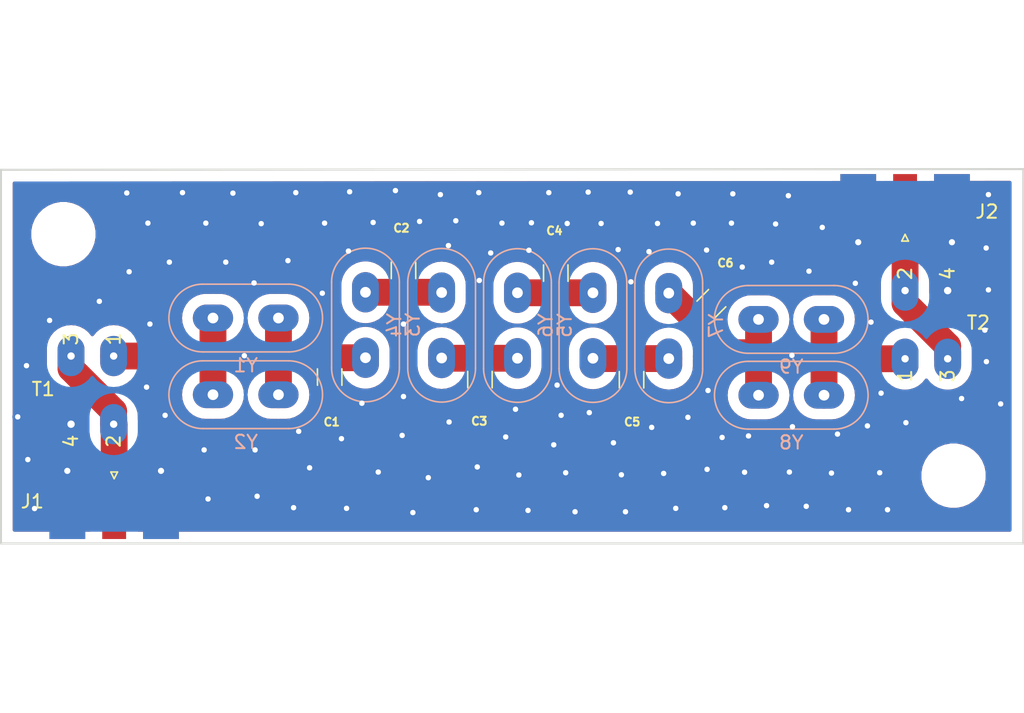
<source format=kicad_pcb>
(kicad_pcb (version 20171130) (host pcbnew "(5.1.12)-1")

  (general
    (thickness 1.6)
    (drawings 4)
    (tracks 175)
    (zones 0)
    (modules 21)
    (nets 12)
  )

  (page A4)
  (layers
    (0 F.Cu signal)
    (31 B.Cu signal)
    (32 B.Adhes user)
    (33 F.Adhes user)
    (34 B.Paste user)
    (35 F.Paste user)
    (36 B.SilkS user)
    (37 F.SilkS user)
    (38 B.Mask user)
    (39 F.Mask user)
    (40 Dwgs.User user)
    (41 Cmts.User user)
    (42 Eco1.User user)
    (43 Eco2.User user)
    (44 Edge.Cuts user)
    (45 Margin user)
    (46 B.CrtYd user)
    (47 F.CrtYd user)
    (48 B.Fab user)
    (49 F.Fab user)
  )

  (setup
    (last_trace_width 2)
    (user_trace_width 0.35)
    (user_trace_width 0.5)
    (user_trace_width 1)
    (user_trace_width 2)
    (trace_clearance 0.2)
    (zone_clearance 0.8)
    (zone_45_only yes)
    (trace_min 0.2)
    (via_size 0.8)
    (via_drill 0.4)
    (via_min_size 0.4)
    (via_min_drill 0.3)
    (uvia_size 0.3)
    (uvia_drill 0.1)
    (uvias_allowed no)
    (uvia_min_size 0.2)
    (uvia_min_drill 0.1)
    (edge_width 0.05)
    (segment_width 0.2)
    (pcb_text_width 0.3)
    (pcb_text_size 1.5 1.5)
    (mod_edge_width 0.12)
    (mod_text_size 1 1)
    (mod_text_width 0.15)
    (pad_size 0.97 0.97)
    (pad_drill 0.46)
    (pad_to_mask_clearance 0)
    (aux_axis_origin 0 0)
    (visible_elements 7FFFFFFF)
    (pcbplotparams
      (layerselection 0x010fc_ffffffff)
      (usegerberextensions false)
      (usegerberattributes true)
      (usegerberadvancedattributes true)
      (creategerberjobfile true)
      (excludeedgelayer true)
      (linewidth 0.100000)
      (plotframeref false)
      (viasonmask false)
      (mode 1)
      (useauxorigin false)
      (hpglpennumber 1)
      (hpglpenspeed 20)
      (hpglpendiameter 15.000000)
      (psnegative false)
      (psa4output false)
      (plotreference true)
      (plotvalue true)
      (plotinvisibletext false)
      (padsonsilk false)
      (subtractmaskfromsilk false)
      (outputformat 1)
      (mirror false)
      (drillshape 1)
      (scaleselection 1)
      (outputdirectory ""))
  )

  (net 0 "")
  (net 1 GNDREF)
  (net 2 "Net-(C1-Pad1)")
  (net 3 "Net-(C2-Pad1)")
  (net 4 "Net-(C3-Pad1)")
  (net 5 "Net-(C4-Pad1)")
  (net 6 "Net-(C5-Pad1)")
  (net 7 "Net-(J1-Pad1)")
  (net 8 "Net-(J2-Pad1)")
  (net 9 "Net-(T1-Pad1)")
  (net 10 "Net-(T2-Pad1)")
  (net 11 "Net-(C6-Pad1)")

  (net_class Default "This is the default net class."
    (clearance 0.2)
    (trace_width 0.25)
    (via_dia 0.8)
    (via_drill 0.4)
    (uvia_dia 0.3)
    (uvia_drill 0.1)
    (add_net GNDREF)
    (add_net "Net-(C1-Pad1)")
    (add_net "Net-(C2-Pad1)")
    (add_net "Net-(C3-Pad1)")
    (add_net "Net-(C4-Pad1)")
    (add_net "Net-(C5-Pad1)")
    (add_net "Net-(C6-Pad1)")
    (add_net "Net-(J1-Pad1)")
    (add_net "Net-(J2-Pad1)")
    (add_net "Net-(T1-Pad1)")
    (add_net "Net-(T2-Pad1)")
  )

  (module WC8C:Crystal_HC49-4H_Vertical (layer B.Cu) (tedit 61C4AF0B) (tstamp 61A5D1F3)
    (at 146.2627 71.5518)
    (descr "Crystal THT HC-49-4H http://5hertz.com/pdfs/04404_D.pdf")
    (tags "THT crystalHC-49-4H")
    (path /61A68464)
    (fp_text reference Y9 (at 2.44 3.525) (layer B.SilkS)
      (effects (font (size 1 1) (thickness 0.15)) (justify mirror))
    )
    (fp_text value 12MHz (at 2.44 -3.525) (layer B.Fab)
      (effects (font (size 1 1) (thickness 0.15)) (justify mirror))
    )
    (fp_arc (start 5.64 0) (end 5.64 2.525) (angle -180) (layer B.SilkS) (width 0.12))
    (fp_arc (start -0.76 0) (end -0.76 2.525) (angle 180) (layer B.SilkS) (width 0.12))
    (fp_arc (start 5.44 0) (end 5.44 2) (angle -180) (layer B.Fab) (width 0.1))
    (fp_arc (start -0.56 0) (end -0.56 2) (angle 180) (layer B.Fab) (width 0.1))
    (fp_arc (start 5.64 0) (end 5.64 2.325) (angle -180) (layer B.Fab) (width 0.1))
    (fp_arc (start -0.76 0) (end -0.76 2.325) (angle 180) (layer B.Fab) (width 0.1))
    (fp_text user %R (at 2.44 0) (layer B.Fab)
      (effects (font (size 1 1) (thickness 0.15)) (justify mirror))
    )
    (fp_line (start 8.5 2.8) (end -3.6 2.8) (layer B.CrtYd) (width 0.05))
    (fp_line (start 8.5 -2.8) (end 8.5 2.8) (layer B.CrtYd) (width 0.05))
    (fp_line (start -3.6 -2.8) (end 8.5 -2.8) (layer B.CrtYd) (width 0.05))
    (fp_line (start -3.6 2.8) (end -3.6 -2.8) (layer B.CrtYd) (width 0.05))
    (fp_line (start -0.76 -2.525) (end 5.64 -2.525) (layer B.SilkS) (width 0.12))
    (fp_line (start -0.76 2.525) (end 5.64 2.525) (layer B.SilkS) (width 0.12))
    (fp_line (start -0.56 -2) (end 5.44 -2) (layer B.Fab) (width 0.1))
    (fp_line (start -0.56 2) (end 5.44 2) (layer B.Fab) (width 0.1))
    (fp_line (start -0.76 -2.325) (end 5.64 -2.325) (layer B.Fab) (width 0.1))
    (fp_line (start -0.76 2.325) (end 5.64 2.325) (layer B.Fab) (width 0.1))
    (pad 2 thru_hole oval (at 4.88 0) (size 3 2) (drill 0.8) (layers *.Cu *.Mask)
      (net 10 "Net-(T2-Pad1)"))
    (pad 1 thru_hole oval (at 0 0) (size 3 2) (drill 0.8) (layers *.Cu *.Mask)
      (net 11 "Net-(C6-Pad1)"))
    (model ${KISYS3DMOD}/Crystal.3dshapes/Crystal_HC49-4H_Vertical.wrl
      (at (xyz 0 0 0))
      (scale (xyz 1 1 1))
      (rotate (xyz 0 0 0))
    )
  )

  (module WC8C:Crystal_HC49-4H_Vertical (layer B.Cu) (tedit 61C4AF0B) (tstamp 61A5D20A)
    (at 146.2659 77.2033)
    (descr "Crystal THT HC-49-4H http://5hertz.com/pdfs/04404_D.pdf")
    (tags "THT crystalHC-49-4H")
    (path /61A67EEB)
    (fp_text reference Y8 (at 2.44 3.525) (layer B.SilkS)
      (effects (font (size 1 1) (thickness 0.15)) (justify mirror))
    )
    (fp_text value 12MHz (at 2.44 -3.525) (layer B.Fab)
      (effects (font (size 1 1) (thickness 0.15)) (justify mirror))
    )
    (fp_arc (start 5.64 0) (end 5.64 2.525) (angle -180) (layer B.SilkS) (width 0.12))
    (fp_arc (start -0.76 0) (end -0.76 2.525) (angle 180) (layer B.SilkS) (width 0.12))
    (fp_arc (start 5.44 0) (end 5.44 2) (angle -180) (layer B.Fab) (width 0.1))
    (fp_arc (start -0.56 0) (end -0.56 2) (angle 180) (layer B.Fab) (width 0.1))
    (fp_arc (start 5.64 0) (end 5.64 2.325) (angle -180) (layer B.Fab) (width 0.1))
    (fp_arc (start -0.76 0) (end -0.76 2.325) (angle 180) (layer B.Fab) (width 0.1))
    (fp_text user %R (at 2.44 0) (layer B.Fab)
      (effects (font (size 1 1) (thickness 0.15)) (justify mirror))
    )
    (fp_line (start 8.5 2.8) (end -3.6 2.8) (layer B.CrtYd) (width 0.05))
    (fp_line (start 8.5 -2.8) (end 8.5 2.8) (layer B.CrtYd) (width 0.05))
    (fp_line (start -3.6 -2.8) (end 8.5 -2.8) (layer B.CrtYd) (width 0.05))
    (fp_line (start -3.6 2.8) (end -3.6 -2.8) (layer B.CrtYd) (width 0.05))
    (fp_line (start -0.76 -2.525) (end 5.64 -2.525) (layer B.SilkS) (width 0.12))
    (fp_line (start -0.76 2.525) (end 5.64 2.525) (layer B.SilkS) (width 0.12))
    (fp_line (start -0.56 -2) (end 5.44 -2) (layer B.Fab) (width 0.1))
    (fp_line (start -0.56 2) (end 5.44 2) (layer B.Fab) (width 0.1))
    (fp_line (start -0.76 -2.325) (end 5.64 -2.325) (layer B.Fab) (width 0.1))
    (fp_line (start -0.76 2.325) (end 5.64 2.325) (layer B.Fab) (width 0.1))
    (pad 2 thru_hole oval (at 4.88 0) (size 3 2) (drill 0.8) (layers *.Cu *.Mask)
      (net 10 "Net-(T2-Pad1)"))
    (pad 1 thru_hole oval (at 0 0) (size 3 2) (drill 0.8) (layers *.Cu *.Mask)
      (net 11 "Net-(C6-Pad1)"))
    (model ${KISYS3DMOD}/Crystal.3dshapes/Crystal_HC49-4H_Vertical.wrl
      (at (xyz 0 0 0))
      (scale (xyz 1 1 1))
      (rotate (xyz 0 0 0))
    )
  )

  (module WC8C:Crystal_HC49-4H_Vertical (layer B.Cu) (tedit 61C4AF0B) (tstamp 61A5D1DC)
    (at 139.573 74.4728 90)
    (descr "Crystal THT HC-49-4H http://5hertz.com/pdfs/04404_D.pdf")
    (tags "THT crystalHC-49-4H")
    (path /61A679E0)
    (fp_text reference Y7 (at 2.44 3.525 90) (layer B.SilkS)
      (effects (font (size 1 1) (thickness 0.15)) (justify mirror))
    )
    (fp_text value 12MHz (at 2.44 -3.525 90) (layer B.Fab)
      (effects (font (size 1 1) (thickness 0.15)) (justify mirror))
    )
    (fp_arc (start 5.64 0) (end 5.64 2.525) (angle -180) (layer B.SilkS) (width 0.12))
    (fp_arc (start -0.76 0) (end -0.76 2.525) (angle 180) (layer B.SilkS) (width 0.12))
    (fp_arc (start 5.44 0) (end 5.44 2) (angle -180) (layer B.Fab) (width 0.1))
    (fp_arc (start -0.56 0) (end -0.56 2) (angle 180) (layer B.Fab) (width 0.1))
    (fp_arc (start 5.64 0) (end 5.64 2.325) (angle -180) (layer B.Fab) (width 0.1))
    (fp_arc (start -0.76 0) (end -0.76 2.325) (angle 180) (layer B.Fab) (width 0.1))
    (fp_text user %R (at 2.44 0 90) (layer B.Fab)
      (effects (font (size 1 1) (thickness 0.15)) (justify mirror))
    )
    (fp_line (start 8.5 2.8) (end -3.6 2.8) (layer B.CrtYd) (width 0.05))
    (fp_line (start 8.5 -2.8) (end 8.5 2.8) (layer B.CrtYd) (width 0.05))
    (fp_line (start -3.6 -2.8) (end 8.5 -2.8) (layer B.CrtYd) (width 0.05))
    (fp_line (start -3.6 2.8) (end -3.6 -2.8) (layer B.CrtYd) (width 0.05))
    (fp_line (start -0.76 -2.525) (end 5.64 -2.525) (layer B.SilkS) (width 0.12))
    (fp_line (start -0.76 2.525) (end 5.64 2.525) (layer B.SilkS) (width 0.12))
    (fp_line (start -0.56 -2) (end 5.44 -2) (layer B.Fab) (width 0.1))
    (fp_line (start -0.56 2) (end 5.44 2) (layer B.Fab) (width 0.1))
    (fp_line (start -0.76 -2.325) (end 5.64 -2.325) (layer B.Fab) (width 0.1))
    (fp_line (start -0.76 2.325) (end 5.64 2.325) (layer B.Fab) (width 0.1))
    (pad 2 thru_hole oval (at 4.88 0 90) (size 3 2) (drill 0.8) (layers *.Cu *.Mask)
      (net 11 "Net-(C6-Pad1)"))
    (pad 1 thru_hole oval (at 0 0 90) (size 3 2) (drill 0.8) (layers *.Cu *.Mask)
      (net 6 "Net-(C5-Pad1)"))
    (model ${KISYS3DMOD}/Crystal.3dshapes/Crystal_HC49-4H_Vertical.wrl
      (at (xyz 0 0 0))
      (scale (xyz 1 1 1))
      (rotate (xyz 0 0 0))
    )
  )

  (module WC8C:Crystal_HC49-4H_Vertical (layer B.Cu) (tedit 61C4AF0B) (tstamp 61A5D1C5)
    (at 133.9215 69.5706 270)
    (descr "Crystal THT HC-49-4H http://5hertz.com/pdfs/04404_D.pdf")
    (tags "THT crystalHC-49-4H")
    (path /61A67344)
    (fp_text reference Y6 (at 2.44 3.525 90) (layer B.SilkS)
      (effects (font (size 1 1) (thickness 0.15)) (justify mirror))
    )
    (fp_text value 12MHz (at 2.44 -3.525 90) (layer B.Fab)
      (effects (font (size 1 1) (thickness 0.15)) (justify mirror))
    )
    (fp_arc (start 5.64 0) (end 5.64 2.525) (angle -180) (layer B.SilkS) (width 0.12))
    (fp_arc (start -0.76 0) (end -0.76 2.525) (angle 180) (layer B.SilkS) (width 0.12))
    (fp_arc (start 5.44 0) (end 5.44 2) (angle -180) (layer B.Fab) (width 0.1))
    (fp_arc (start -0.56 0) (end -0.56 2) (angle 180) (layer B.Fab) (width 0.1))
    (fp_arc (start 5.64 0) (end 5.64 2.325) (angle -180) (layer B.Fab) (width 0.1))
    (fp_arc (start -0.76 0) (end -0.76 2.325) (angle 180) (layer B.Fab) (width 0.1))
    (fp_text user %R (at 2.44 0 90) (layer B.Fab)
      (effects (font (size 1 1) (thickness 0.15)) (justify mirror))
    )
    (fp_line (start 8.5 2.8) (end -3.6 2.8) (layer B.CrtYd) (width 0.05))
    (fp_line (start 8.5 -2.8) (end 8.5 2.8) (layer B.CrtYd) (width 0.05))
    (fp_line (start -3.6 -2.8) (end 8.5 -2.8) (layer B.CrtYd) (width 0.05))
    (fp_line (start -3.6 2.8) (end -3.6 -2.8) (layer B.CrtYd) (width 0.05))
    (fp_line (start -0.76 -2.525) (end 5.64 -2.525) (layer B.SilkS) (width 0.12))
    (fp_line (start -0.76 2.525) (end 5.64 2.525) (layer B.SilkS) (width 0.12))
    (fp_line (start -0.56 -2) (end 5.44 -2) (layer B.Fab) (width 0.1))
    (fp_line (start -0.56 2) (end 5.44 2) (layer B.Fab) (width 0.1))
    (fp_line (start -0.76 -2.325) (end 5.64 -2.325) (layer B.Fab) (width 0.1))
    (fp_line (start -0.76 2.325) (end 5.64 2.325) (layer B.Fab) (width 0.1))
    (pad 2 thru_hole oval (at 4.88 0 270) (size 3 2) (drill 0.8) (layers *.Cu *.Mask)
      (net 6 "Net-(C5-Pad1)"))
    (pad 1 thru_hole oval (at 0 0 270) (size 3 2) (drill 0.8) (layers *.Cu *.Mask)
      (net 5 "Net-(C4-Pad1)"))
    (model ${KISYS3DMOD}/Crystal.3dshapes/Crystal_HC49-4H_Vertical.wrl
      (at (xyz 0 0 0))
      (scale (xyz 1 1 1))
      (rotate (xyz 0 0 0))
    )
  )

  (module WC8C:Crystal_HC49-4H_Vertical (layer B.Cu) (tedit 61C4AF0B) (tstamp 61A5D1AE)
    (at 128.2954 74.4474 90)
    (descr "Crystal THT HC-49-4H http://5hertz.com/pdfs/04404_D.pdf")
    (tags "THT crystalHC-49-4H")
    (path /61A66C09)
    (fp_text reference Y5 (at 2.44 3.525 90) (layer B.SilkS)
      (effects (font (size 1 1) (thickness 0.15)) (justify mirror))
    )
    (fp_text value 12MHz (at 2.44 -3.525 90) (layer B.Fab)
      (effects (font (size 1 1) (thickness 0.15)) (justify mirror))
    )
    (fp_arc (start 5.64 0) (end 5.64 2.525) (angle -180) (layer B.SilkS) (width 0.12))
    (fp_arc (start -0.76 0) (end -0.76 2.525) (angle 180) (layer B.SilkS) (width 0.12))
    (fp_arc (start 5.44 0) (end 5.44 2) (angle -180) (layer B.Fab) (width 0.1))
    (fp_arc (start -0.56 0) (end -0.56 2) (angle 180) (layer B.Fab) (width 0.1))
    (fp_arc (start 5.64 0) (end 5.64 2.325) (angle -180) (layer B.Fab) (width 0.1))
    (fp_arc (start -0.76 0) (end -0.76 2.325) (angle 180) (layer B.Fab) (width 0.1))
    (fp_text user %R (at 2.44 0 90) (layer B.Fab)
      (effects (font (size 1 1) (thickness 0.15)) (justify mirror))
    )
    (fp_line (start 8.5 2.8) (end -3.6 2.8) (layer B.CrtYd) (width 0.05))
    (fp_line (start 8.5 -2.8) (end 8.5 2.8) (layer B.CrtYd) (width 0.05))
    (fp_line (start -3.6 -2.8) (end 8.5 -2.8) (layer B.CrtYd) (width 0.05))
    (fp_line (start -3.6 2.8) (end -3.6 -2.8) (layer B.CrtYd) (width 0.05))
    (fp_line (start -0.76 -2.525) (end 5.64 -2.525) (layer B.SilkS) (width 0.12))
    (fp_line (start -0.76 2.525) (end 5.64 2.525) (layer B.SilkS) (width 0.12))
    (fp_line (start -0.56 -2) (end 5.44 -2) (layer B.Fab) (width 0.1))
    (fp_line (start -0.56 2) (end 5.44 2) (layer B.Fab) (width 0.1))
    (fp_line (start -0.76 -2.325) (end 5.64 -2.325) (layer B.Fab) (width 0.1))
    (fp_line (start -0.76 2.325) (end 5.64 2.325) (layer B.Fab) (width 0.1))
    (pad 2 thru_hole oval (at 4.88 0 90) (size 3 2) (drill 0.8) (layers *.Cu *.Mask)
      (net 5 "Net-(C4-Pad1)"))
    (pad 1 thru_hole oval (at 0 0 90) (size 3 2) (drill 0.8) (layers *.Cu *.Mask)
      (net 4 "Net-(C3-Pad1)"))
    (model ${KISYS3DMOD}/Crystal.3dshapes/Crystal_HC49-4H_Vertical.wrl
      (at (xyz 0 0 0))
      (scale (xyz 1 1 1))
      (rotate (xyz 0 0 0))
    )
  )

  (module WC8C:Crystal_HC49-4H_Vertical (layer B.Cu) (tedit 61C4AF0B) (tstamp 61C4B8F2)
    (at 122.6439 69.55 270)
    (descr "Crystal THT HC-49-4H http://5hertz.com/pdfs/04404_D.pdf")
    (tags "THT crystalHC-49-4H")
    (path /61C52A0A)
    (fp_text reference Y4 (at 2.44 3.525 270) (layer B.SilkS)
      (effects (font (size 1 1) (thickness 0.15)) (justify mirror))
    )
    (fp_text value 12MHz (at 2.44 -3.525 270) (layer B.Fab)
      (effects (font (size 1 1) (thickness 0.15)) (justify mirror))
    )
    (fp_arc (start 5.64 0) (end 5.64 2.525) (angle -180) (layer B.SilkS) (width 0.12))
    (fp_arc (start -0.76 0) (end -0.76 2.525) (angle 180) (layer B.SilkS) (width 0.12))
    (fp_arc (start 5.44 0) (end 5.44 2) (angle -180) (layer B.Fab) (width 0.1))
    (fp_arc (start -0.56 0) (end -0.56 2) (angle 180) (layer B.Fab) (width 0.1))
    (fp_arc (start 5.64 0) (end 5.64 2.325) (angle -180) (layer B.Fab) (width 0.1))
    (fp_arc (start -0.76 0) (end -0.76 2.325) (angle 180) (layer B.Fab) (width 0.1))
    (fp_text user %R (at 2.44 0 270) (layer B.Fab)
      (effects (font (size 1 1) (thickness 0.15)) (justify mirror))
    )
    (fp_line (start 8.5 2.8) (end -3.6 2.8) (layer B.CrtYd) (width 0.05))
    (fp_line (start 8.5 -2.8) (end 8.5 2.8) (layer B.CrtYd) (width 0.05))
    (fp_line (start -3.6 -2.8) (end 8.5 -2.8) (layer B.CrtYd) (width 0.05))
    (fp_line (start -3.6 2.8) (end -3.6 -2.8) (layer B.CrtYd) (width 0.05))
    (fp_line (start -0.76 -2.525) (end 5.64 -2.525) (layer B.SilkS) (width 0.12))
    (fp_line (start -0.76 2.525) (end 5.64 2.525) (layer B.SilkS) (width 0.12))
    (fp_line (start -0.56 -2) (end 5.44 -2) (layer B.Fab) (width 0.1))
    (fp_line (start -0.56 2) (end 5.44 2) (layer B.Fab) (width 0.1))
    (fp_line (start -0.76 -2.325) (end 5.64 -2.325) (layer B.Fab) (width 0.1))
    (fp_line (start -0.76 2.325) (end 5.64 2.325) (layer B.Fab) (width 0.1))
    (pad 2 thru_hole oval (at 4.88 0 270) (size 3 2) (drill 0.8) (layers *.Cu *.Mask)
      (net 4 "Net-(C3-Pad1)"))
    (pad 1 thru_hole oval (at 0 0 270) (size 3 2) (drill 0.8) (layers *.Cu *.Mask)
      (net 3 "Net-(C2-Pad1)"))
    (model ${KISYS3DMOD}/Crystal.3dshapes/Crystal_HC49-4H_Vertical.wrl
      (at (xyz 0 0 0))
      (scale (xyz 1 1 1))
      (rotate (xyz 0 0 0))
    )
  )

  (module WC8C:Crystal_HC49-4H_Vertical (layer B.Cu) (tedit 61C4AF0B) (tstamp 61A5D169)
    (at 116.967 74.4093 90)
    (descr "Crystal THT HC-49-4H http://5hertz.com/pdfs/04404_D.pdf")
    (tags "THT crystalHC-49-4H")
    (path /61A6A740)
    (fp_text reference Y3 (at 2.44 3.525 90) (layer B.SilkS)
      (effects (font (size 1 1) (thickness 0.15)) (justify mirror))
    )
    (fp_text value 12MHz (at 2.44 -3.525 90) (layer B.Fab)
      (effects (font (size 1 1) (thickness 0.15)) (justify mirror))
    )
    (fp_arc (start 5.64 0) (end 5.64 2.525) (angle -180) (layer B.SilkS) (width 0.12))
    (fp_arc (start -0.76 0) (end -0.76 2.525) (angle 180) (layer B.SilkS) (width 0.12))
    (fp_arc (start 5.44 0) (end 5.44 2) (angle -180) (layer B.Fab) (width 0.1))
    (fp_arc (start -0.56 0) (end -0.56 2) (angle 180) (layer B.Fab) (width 0.1))
    (fp_arc (start 5.64 0) (end 5.64 2.325) (angle -180) (layer B.Fab) (width 0.1))
    (fp_arc (start -0.76 0) (end -0.76 2.325) (angle 180) (layer B.Fab) (width 0.1))
    (fp_text user %R (at 2.44 0 90) (layer B.Fab)
      (effects (font (size 1 1) (thickness 0.15)) (justify mirror))
    )
    (fp_line (start 8.5 2.8) (end -3.6 2.8) (layer B.CrtYd) (width 0.05))
    (fp_line (start 8.5 -2.8) (end 8.5 2.8) (layer B.CrtYd) (width 0.05))
    (fp_line (start -3.6 -2.8) (end 8.5 -2.8) (layer B.CrtYd) (width 0.05))
    (fp_line (start -3.6 2.8) (end -3.6 -2.8) (layer B.CrtYd) (width 0.05))
    (fp_line (start -0.76 -2.525) (end 5.64 -2.525) (layer B.SilkS) (width 0.12))
    (fp_line (start -0.76 2.525) (end 5.64 2.525) (layer B.SilkS) (width 0.12))
    (fp_line (start -0.56 -2) (end 5.44 -2) (layer B.Fab) (width 0.1))
    (fp_line (start -0.56 2) (end 5.44 2) (layer B.Fab) (width 0.1))
    (fp_line (start -0.76 -2.325) (end 5.64 -2.325) (layer B.Fab) (width 0.1))
    (fp_line (start -0.76 2.325) (end 5.64 2.325) (layer B.Fab) (width 0.1))
    (pad 2 thru_hole oval (at 4.88 0 90) (size 3 2) (drill 0.8) (layers *.Cu *.Mask)
      (net 3 "Net-(C2-Pad1)"))
    (pad 1 thru_hole oval (at 0 0 90) (size 3 2) (drill 0.8) (layers *.Cu *.Mask)
      (net 2 "Net-(C1-Pad1)"))
    (model ${KISYS3DMOD}/Crystal.3dshapes/Crystal_HC49-4H_Vertical.wrl
      (at (xyz 0 0 0))
      (scale (xyz 1 1 1))
      (rotate (xyz 0 0 0))
    )
  )

  (module WC8C:Crystal_HC49-4H_Vertical (layer B.Cu) (tedit 61C4AF0B) (tstamp 61A5D197)
    (at 105.6005 77.1652)
    (descr "Crystal THT HC-49-4H http://5hertz.com/pdfs/04404_D.pdf")
    (tags "THT crystalHC-49-4H")
    (path /61A6605B)
    (fp_text reference Y2 (at 2.44 3.525) (layer B.SilkS)
      (effects (font (size 1 1) (thickness 0.15)) (justify mirror))
    )
    (fp_text value 12MHz (at 2.44 -3.525) (layer B.Fab)
      (effects (font (size 1 1) (thickness 0.15)) (justify mirror))
    )
    (fp_arc (start 5.64 0) (end 5.64 2.525) (angle -180) (layer B.SilkS) (width 0.12))
    (fp_arc (start -0.76 0) (end -0.76 2.525) (angle 180) (layer B.SilkS) (width 0.12))
    (fp_arc (start 5.44 0) (end 5.44 2) (angle -180) (layer B.Fab) (width 0.1))
    (fp_arc (start -0.56 0) (end -0.56 2) (angle 180) (layer B.Fab) (width 0.1))
    (fp_arc (start 5.64 0) (end 5.64 2.325) (angle -180) (layer B.Fab) (width 0.1))
    (fp_arc (start -0.76 0) (end -0.76 2.325) (angle 180) (layer B.Fab) (width 0.1))
    (fp_text user %R (at 2.44 0) (layer B.Fab)
      (effects (font (size 1 1) (thickness 0.15)) (justify mirror))
    )
    (fp_line (start 8.5 2.8) (end -3.6 2.8) (layer B.CrtYd) (width 0.05))
    (fp_line (start 8.5 -2.8) (end 8.5 2.8) (layer B.CrtYd) (width 0.05))
    (fp_line (start -3.6 -2.8) (end 8.5 -2.8) (layer B.CrtYd) (width 0.05))
    (fp_line (start -3.6 2.8) (end -3.6 -2.8) (layer B.CrtYd) (width 0.05))
    (fp_line (start -0.76 -2.525) (end 5.64 -2.525) (layer B.SilkS) (width 0.12))
    (fp_line (start -0.76 2.525) (end 5.64 2.525) (layer B.SilkS) (width 0.12))
    (fp_line (start -0.56 -2) (end 5.44 -2) (layer B.Fab) (width 0.1))
    (fp_line (start -0.56 2) (end 5.44 2) (layer B.Fab) (width 0.1))
    (fp_line (start -0.76 -2.325) (end 5.64 -2.325) (layer B.Fab) (width 0.1))
    (fp_line (start -0.76 2.325) (end 5.64 2.325) (layer B.Fab) (width 0.1))
    (pad 2 thru_hole oval (at 4.88 0) (size 3 2) (drill 0.8) (layers *.Cu *.Mask)
      (net 2 "Net-(C1-Pad1)"))
    (pad 1 thru_hole oval (at 0 0) (size 3 2) (drill 0.8) (layers *.Cu *.Mask)
      (net 9 "Net-(T1-Pad1)"))
    (model ${KISYS3DMOD}/Crystal.3dshapes/Crystal_HC49-4H_Vertical.wrl
      (at (xyz 0 0 0))
      (scale (xyz 1 1 1))
      (rotate (xyz 0 0 0))
    )
  )

  (module WC8C:Crystal_HC49-4H_Vertical (layer B.Cu) (tedit 61C4AF0B) (tstamp 61A5D180)
    (at 105.6005 71.4502)
    (descr "Crystal THT HC-49-4H http://5hertz.com/pdfs/04404_D.pdf")
    (tags "THT crystalHC-49-4H")
    (path /61A667AC)
    (fp_text reference Y1 (at 2.44 3.525) (layer B.SilkS)
      (effects (font (size 1 1) (thickness 0.15)) (justify mirror))
    )
    (fp_text value 12MHz (at 2.44 -3.525) (layer B.Fab)
      (effects (font (size 1 1) (thickness 0.15)) (justify mirror))
    )
    (fp_arc (start 5.64 0) (end 5.64 2.525) (angle -180) (layer B.SilkS) (width 0.12))
    (fp_arc (start -0.76 0) (end -0.76 2.525) (angle 180) (layer B.SilkS) (width 0.12))
    (fp_arc (start 5.44 0) (end 5.44 2) (angle -180) (layer B.Fab) (width 0.1))
    (fp_arc (start -0.56 0) (end -0.56 2) (angle 180) (layer B.Fab) (width 0.1))
    (fp_arc (start 5.64 0) (end 5.64 2.325) (angle -180) (layer B.Fab) (width 0.1))
    (fp_arc (start -0.76 0) (end -0.76 2.325) (angle 180) (layer B.Fab) (width 0.1))
    (fp_text user %R (at 2.44 0) (layer B.Fab)
      (effects (font (size 1 1) (thickness 0.15)) (justify mirror))
    )
    (fp_line (start 8.5 2.8) (end -3.6 2.8) (layer B.CrtYd) (width 0.05))
    (fp_line (start 8.5 -2.8) (end 8.5 2.8) (layer B.CrtYd) (width 0.05))
    (fp_line (start -3.6 -2.8) (end 8.5 -2.8) (layer B.CrtYd) (width 0.05))
    (fp_line (start -3.6 2.8) (end -3.6 -2.8) (layer B.CrtYd) (width 0.05))
    (fp_line (start -0.76 -2.525) (end 5.64 -2.525) (layer B.SilkS) (width 0.12))
    (fp_line (start -0.76 2.525) (end 5.64 2.525) (layer B.SilkS) (width 0.12))
    (fp_line (start -0.56 -2) (end 5.44 -2) (layer B.Fab) (width 0.1))
    (fp_line (start -0.56 2) (end 5.44 2) (layer B.Fab) (width 0.1))
    (fp_line (start -0.76 -2.325) (end 5.64 -2.325) (layer B.Fab) (width 0.1))
    (fp_line (start -0.76 2.325) (end 5.64 2.325) (layer B.Fab) (width 0.1))
    (pad 2 thru_hole oval (at 4.88 0) (size 3 2) (drill 0.8) (layers *.Cu *.Mask)
      (net 2 "Net-(C1-Pad1)"))
    (pad 1 thru_hole oval (at 0 0) (size 3 2) (drill 0.8) (layers *.Cu *.Mask)
      (net 9 "Net-(T1-Pad1)"))
    (model ${KISYS3DMOD}/Crystal.3dshapes/Crystal_HC49-4H_Vertical.wrl
      (at (xyz 0 0 0))
      (scale (xyz 1 1 1))
      (rotate (xyz 0 0 0))
    )
  )

  (module WC8C:T37_AutoTransformerParallel (layer F.Cu) (tedit 61C4AD80) (tstamp 61A5FBE4)
    (at 159.7279 71.9455 90)
    (path /61B055AF)
    (fp_text reference T2 (at 0.1455 2.9221 180) (layer F.SilkS)
      (effects (font (size 1 1) (thickness 0.15)))
    )
    (fp_text value "Impeadance Transformer" (at 1.7455 5.0721 90) (layer F.Fab)
      (effects (font (size 1 1) (thickness 0.15)))
    )
    (fp_text user 4 (at 3.81 0.635 90) (layer F.SilkS)
      (effects (font (size 1 1) (thickness 0.15)))
    )
    (fp_text user 3 (at -3.81 0.635 90) (layer F.SilkS)
      (effects (font (size 1 1) (thickness 0.15)))
    )
    (fp_text user 2 (at 3.81 -2.54 90) (layer F.SilkS)
      (effects (font (size 1 1) (thickness 0.15)))
    )
    (fp_text user 1 (at -3.81 -2.54 90) (layer F.SilkS)
      (effects (font (size 1 1) (thickness 0.15)))
    )
    (pad 4 thru_hole oval (at 2.54 0.635 90) (size 3 2) (drill 0.55) (layers *.Cu *.Mask)
      (net 1 GNDREF))
    (pad 3 thru_hole oval (at -2.54 0.635 90) (size 3 2) (drill 0.55) (layers *.Cu *.Mask)
      (net 8 "Net-(J2-Pad1)"))
    (pad 2 thru_hole oval (at 2.54 -2.54 90) (size 3 2) (drill 0.55) (layers *.Cu *.Mask)
      (net 8 "Net-(J2-Pad1)"))
    (pad 1 thru_hole oval (at -2.54 -2.54 90) (size 3 2) (drill 0.55) (layers *.Cu *.Mask)
      (net 10 "Net-(T2-Pad1)"))
  )

  (module WC8C:T37_AutoTransformerParallel (layer F.Cu) (tedit 61C4AD80) (tstamp 61A5FBD8)
    (at 95.6564 76.8223 270)
    (path /61B038FD)
    (fp_text reference T1 (at -0.0723 2.7064) (layer F.SilkS)
      (effects (font (size 1 1) (thickness 0.15)))
    )
    (fp_text value "Impeadance Transformer" (at 0.2777 4.3564 90) (layer F.Fab)
      (effects (font (size 1 1) (thickness 0.15)))
    )
    (fp_text user 4 (at 3.81 0.635 270) (layer F.SilkS)
      (effects (font (size 1 1) (thickness 0.15)))
    )
    (fp_text user 3 (at -3.81 0.635 270) (layer F.SilkS)
      (effects (font (size 1 1) (thickness 0.15)))
    )
    (fp_text user 2 (at 3.81 -2.54 270) (layer F.SilkS)
      (effects (font (size 1 1) (thickness 0.15)))
    )
    (fp_text user 1 (at -3.81 -2.54 270) (layer F.SilkS)
      (effects (font (size 1 1) (thickness 0.15)))
    )
    (pad 4 thru_hole oval (at 2.54 0.635 270) (size 3 2) (drill 0.55) (layers *.Cu *.Mask)
      (net 1 GNDREF))
    (pad 3 thru_hole oval (at -2.54 0.635 270) (size 3 2) (drill 0.55) (layers *.Cu *.Mask)
      (net 7 "Net-(J1-Pad1)"))
    (pad 2 thru_hole oval (at 2.54 -2.54 270) (size 3 2) (drill 0.55) (layers *.Cu *.Mask)
      (net 7 "Net-(J1-Pad1)"))
    (pad 1 thru_hole oval (at -2.54 -2.54 270) (size 3 2) (drill 0.55) (layers *.Cu *.Mask)
      (net 9 "Net-(T1-Pad1)"))
  )

  (module WC8C:SMD_Combo_1206_0805 (layer F.Cu) (tedit 61AB688E) (tstamp 61A5D090)
    (at 114.3 75.85 270)
    (descr "Capacitor SMD 1206 (3216 Metric), square (rectangular) end terminal, IPC_7351 nominal with elongated pad for handsoldering. (Body size source: IPC-SM-782 page 76, https://www.pcb-3d.com/wordpress/wp-content/uploads/ipc-sm-782a_amendment_1_and_2.pdf), generated with kicad-footprint-generator")
    (tags "capacitor handsolder")
    (path /61A5676F)
    (attr smd)
    (fp_text reference C1 (at 3.35 -0.15 180) (layer F.SilkS)
      (effects (font (size 0.6 0.6) (thickness 0.15)))
    )
    (fp_text value 68p (at 4.55 -0.15 180) (layer F.Fab)
      (effects (font (size 0.6 0.6) (thickness 0.15)))
    )
    (fp_line (start 2.48 1.15) (end -2.48 1.15) (layer F.CrtYd) (width 0.05))
    (fp_line (start 2.48 -1.15) (end 2.48 1.15) (layer F.CrtYd) (width 0.05))
    (fp_line (start -2.48 -1.15) (end 2.48 -1.15) (layer F.CrtYd) (width 0.05))
    (fp_line (start -2.48 1.15) (end -2.48 -1.15) (layer F.CrtYd) (width 0.05))
    (fp_line (start -0.6096 0.9144) (end 0.6096 0.91) (layer F.SilkS) (width 0.12))
    (fp_line (start -0.6096 -0.91) (end 0.6096 -0.91) (layer F.SilkS) (width 0.12))
    (fp_line (start 1.6 0.8) (end -1.6 0.8) (layer F.Fab) (width 0.1))
    (fp_line (start 1.6 -0.8) (end 1.6 0.8) (layer F.Fab) (width 0.1))
    (fp_line (start -1.6 -0.8) (end 1.6 -0.8) (layer F.Fab) (width 0.1))
    (fp_line (start -1.6 0.8) (end -1.6 -0.8) (layer F.Fab) (width 0.1))
    (fp_text user %R (at 0 0 180) (layer F.Fab)
      (effects (font (size 0.4 0.4) (thickness 0.1)))
    )
    (pad 1 smd roundrect (at -1.3625 0 270) (size 1.725 1.8) (layers F.Cu F.Paste F.Mask) (roundrect_rratio 0.189)
      (net 2 "Net-(C1-Pad1)"))
    (pad 2 smd roundrect (at 1.3625 0 270) (size 1.725 1.8) (layers F.Cu F.Paste F.Mask) (roundrect_rratio 0.189)
      (net 1 GNDREF))
    (model ${KISYS3DMOD}/Capacitor_SMD.3dshapes/C_1206_3216Metric.wrl
      (at (xyz 0 0 0))
      (scale (xyz 1 1 1))
      (rotate (xyz 0 0 0))
    )
  )

  (module WC8C:SMD_Combo_1206_0805 (layer F.Cu) (tedit 61AB688E) (tstamp 61C4B775)
    (at 119.8 67.9 90)
    (descr "Capacitor SMD 1206 (3216 Metric), square (rectangular) end terminal, IPC_7351 nominal with elongated pad for handsoldering. (Body size source: IPC-SM-782 page 76, https://www.pcb-3d.com/wordpress/wp-content/uploads/ipc-sm-782a_amendment_1_and_2.pdf), generated with kicad-footprint-generator")
    (tags "capacitor handsolder")
    (path /61C533DF)
    (attr smd)
    (fp_text reference C2 (at 3.15 -0.15 180) (layer F.SilkS)
      (effects (font (size 0.6 0.6) (thickness 0.15)))
    )
    (fp_text value 68p (at 4.25 0.05 180) (layer F.Fab)
      (effects (font (size 0.6 0.6) (thickness 0.15)))
    )
    (fp_text user %R (at 0 0 180) (layer F.Fab)
      (effects (font (size 0.4 0.4) (thickness 0.1)))
    )
    (fp_line (start -1.6 0.8) (end -1.6 -0.8) (layer F.Fab) (width 0.1))
    (fp_line (start -1.6 -0.8) (end 1.6 -0.8) (layer F.Fab) (width 0.1))
    (fp_line (start 1.6 -0.8) (end 1.6 0.8) (layer F.Fab) (width 0.1))
    (fp_line (start 1.6 0.8) (end -1.6 0.8) (layer F.Fab) (width 0.1))
    (fp_line (start -0.6096 -0.91) (end 0.6096 -0.91) (layer F.SilkS) (width 0.12))
    (fp_line (start -0.6096 0.9144) (end 0.6096 0.91) (layer F.SilkS) (width 0.12))
    (fp_line (start -2.48 1.15) (end -2.48 -1.15) (layer F.CrtYd) (width 0.05))
    (fp_line (start -2.48 -1.15) (end 2.48 -1.15) (layer F.CrtYd) (width 0.05))
    (fp_line (start 2.48 -1.15) (end 2.48 1.15) (layer F.CrtYd) (width 0.05))
    (fp_line (start 2.48 1.15) (end -2.48 1.15) (layer F.CrtYd) (width 0.05))
    (pad 1 smd roundrect (at -1.3625 0 90) (size 1.725 1.8) (layers F.Cu F.Paste F.Mask) (roundrect_rratio 0.189)
      (net 3 "Net-(C2-Pad1)"))
    (pad 2 smd roundrect (at 1.3625 0 90) (size 1.725 1.8) (layers F.Cu F.Paste F.Mask) (roundrect_rratio 0.189)
      (net 1 GNDREF))
    (model ${KISYS3DMOD}/Capacitor_SMD.3dshapes/C_1206_3216Metric.wrl
      (at (xyz 0 0 0))
      (scale (xyz 1 1 1))
      (rotate (xyz 0 0 0))
    )
  )

  (module WC8C:SMD_Combo_1206_0805 (layer F.Cu) (tedit 61AB688E) (tstamp 61A5D0D4)
    (at 142.75 70.4 45)
    (descr "Capacitor SMD 1206 (3216 Metric), square (rectangular) end terminal, IPC_7351 nominal with elongated pad for handsoldering. (Body size source: IPC-SM-782 page 76, https://www.pcb-3d.com/wordpress/wp-content/uploads/ipc-sm-782a_amendment_1_and_2.pdf), generated with kicad-footprint-generator")
    (tags "capacitor handsolder")
    (path /61A5828A)
    (attr smd)
    (fp_text reference C6 (at 2.899138 -1.414214) (layer F.SilkS)
      (effects (font (size 0.6 0.6) (thickness 0.15)))
    )
    (fp_text value 68p (at 3.747666 -0.141421) (layer F.Fab)
      (effects (font (size 0.6 0.6) (thickness 0.15)))
    )
    (fp_line (start 2.48 1.15) (end -2.48 1.15) (layer F.CrtYd) (width 0.05))
    (fp_line (start 2.48 -1.15) (end 2.48 1.15) (layer F.CrtYd) (width 0.05))
    (fp_line (start -2.48 -1.15) (end 2.48 -1.15) (layer F.CrtYd) (width 0.05))
    (fp_line (start -2.48 1.15) (end -2.48 -1.15) (layer F.CrtYd) (width 0.05))
    (fp_line (start -0.6096 0.9144) (end 0.6096 0.91) (layer F.SilkS) (width 0.12))
    (fp_line (start -0.6096 -0.91) (end 0.6096 -0.91) (layer F.SilkS) (width 0.12))
    (fp_line (start 1.6 0.8) (end -1.6 0.8) (layer F.Fab) (width 0.1))
    (fp_line (start 1.6 -0.8) (end 1.6 0.8) (layer F.Fab) (width 0.1))
    (fp_line (start -1.6 -0.8) (end 1.6 -0.8) (layer F.Fab) (width 0.1))
    (fp_line (start -1.6 0.8) (end -1.6 -0.8) (layer F.Fab) (width 0.1))
    (fp_text user %R (at 0 0 45) (layer F.Fab)
      (effects (font (size 0.4 0.4) (thickness 0.1)))
    )
    (pad 1 smd roundrect (at -1.3625 0 45) (size 1.725 1.8) (layers F.Cu F.Paste F.Mask) (roundrect_rratio 0.189)
      (net 11 "Net-(C6-Pad1)"))
    (pad 2 smd roundrect (at 1.3625 0 45) (size 1.725 1.8) (layers F.Cu F.Paste F.Mask) (roundrect_rratio 0.189)
      (net 1 GNDREF))
    (model ${KISYS3DMOD}/Capacitor_SMD.3dshapes/C_1206_3216Metric.wrl
      (at (xyz 0 0 0))
      (scale (xyz 1 1 1))
      (rotate (xyz 0 0 0))
    )
  )

  (module WC8C:SMD_Combo_1206_0805 (layer F.Cu) (tedit 61AB688E) (tstamp 61A5D0C3)
    (at 136.8 76.05 270)
    (descr "Capacitor SMD 1206 (3216 Metric), square (rectangular) end terminal, IPC_7351 nominal with elongated pad for handsoldering. (Body size source: IPC-SM-782 page 76, https://www.pcb-3d.com/wordpress/wp-content/uploads/ipc-sm-782a_amendment_1_and_2.pdf), generated with kicad-footprint-generator")
    (tags "capacitor handsolder")
    (path /61A57FCF)
    (attr smd)
    (fp_text reference C5 (at 3.15 -0.05 180) (layer F.SilkS)
      (effects (font (size 0.6 0.6) (thickness 0.15)))
    )
    (fp_text value 68p (at 4.7 -0.25 180) (layer F.Fab)
      (effects (font (size 0.6 0.6) (thickness 0.15)))
    )
    (fp_line (start 2.48 1.15) (end -2.48 1.15) (layer F.CrtYd) (width 0.05))
    (fp_line (start 2.48 -1.15) (end 2.48 1.15) (layer F.CrtYd) (width 0.05))
    (fp_line (start -2.48 -1.15) (end 2.48 -1.15) (layer F.CrtYd) (width 0.05))
    (fp_line (start -2.48 1.15) (end -2.48 -1.15) (layer F.CrtYd) (width 0.05))
    (fp_line (start -0.6096 0.9144) (end 0.6096 0.91) (layer F.SilkS) (width 0.12))
    (fp_line (start -0.6096 -0.91) (end 0.6096 -0.91) (layer F.SilkS) (width 0.12))
    (fp_line (start 1.6 0.8) (end -1.6 0.8) (layer F.Fab) (width 0.1))
    (fp_line (start 1.6 -0.8) (end 1.6 0.8) (layer F.Fab) (width 0.1))
    (fp_line (start -1.6 -0.8) (end 1.6 -0.8) (layer F.Fab) (width 0.1))
    (fp_line (start -1.6 0.8) (end -1.6 -0.8) (layer F.Fab) (width 0.1))
    (fp_text user %R (at 0 0 180) (layer F.Fab)
      (effects (font (size 0.4 0.4) (thickness 0.1)))
    )
    (pad 1 smd roundrect (at -1.3625 0 270) (size 1.725 1.8) (layers F.Cu F.Paste F.Mask) (roundrect_rratio 0.189)
      (net 6 "Net-(C5-Pad1)"))
    (pad 2 smd roundrect (at 1.3625 0 270) (size 1.725 1.8) (layers F.Cu F.Paste F.Mask) (roundrect_rratio 0.189)
      (net 1 GNDREF))
    (model ${KISYS3DMOD}/Capacitor_SMD.3dshapes/C_1206_3216Metric.wrl
      (at (xyz 0 0 0))
      (scale (xyz 1 1 1))
      (rotate (xyz 0 0 0))
    )
  )

  (module WC8C:SMD_Combo_1206_0805 (layer F.Cu) (tedit 61AB688E) (tstamp 61A5D0B2)
    (at 131.15 68.1 90)
    (descr "Capacitor SMD 1206 (3216 Metric), square (rectangular) end terminal, IPC_7351 nominal with elongated pad for handsoldering. (Body size source: IPC-SM-782 page 76, https://www.pcb-3d.com/wordpress/wp-content/uploads/ipc-sm-782a_amendment_1_and_2.pdf), generated with kicad-footprint-generator")
    (tags "capacitor handsolder")
    (path /61A57D2D)
    (attr smd)
    (fp_text reference C4 (at 3.15 -0.1 180) (layer F.SilkS)
      (effects (font (size 0.6 0.6) (thickness 0.15)))
    )
    (fp_text value 68p (at 4.25 -0.05 180) (layer F.Fab)
      (effects (font (size 0.6 0.6) (thickness 0.15)))
    )
    (fp_line (start 2.48 1.15) (end -2.48 1.15) (layer F.CrtYd) (width 0.05))
    (fp_line (start 2.48 -1.15) (end 2.48 1.15) (layer F.CrtYd) (width 0.05))
    (fp_line (start -2.48 -1.15) (end 2.48 -1.15) (layer F.CrtYd) (width 0.05))
    (fp_line (start -2.48 1.15) (end -2.48 -1.15) (layer F.CrtYd) (width 0.05))
    (fp_line (start -0.6096 0.9144) (end 0.6096 0.91) (layer F.SilkS) (width 0.12))
    (fp_line (start -0.6096 -0.91) (end 0.6096 -0.91) (layer F.SilkS) (width 0.12))
    (fp_line (start 1.6 0.8) (end -1.6 0.8) (layer F.Fab) (width 0.1))
    (fp_line (start 1.6 -0.8) (end 1.6 0.8) (layer F.Fab) (width 0.1))
    (fp_line (start -1.6 -0.8) (end 1.6 -0.8) (layer F.Fab) (width 0.1))
    (fp_line (start -1.6 0.8) (end -1.6 -0.8) (layer F.Fab) (width 0.1))
    (fp_text user %R (at 0 0 180) (layer F.Fab)
      (effects (font (size 0.4 0.4) (thickness 0.1)))
    )
    (pad 1 smd roundrect (at -1.3625 0 90) (size 1.725 1.8) (layers F.Cu F.Paste F.Mask) (roundrect_rratio 0.189)
      (net 5 "Net-(C4-Pad1)"))
    (pad 2 smd roundrect (at 1.3625 0 90) (size 1.725 1.8) (layers F.Cu F.Paste F.Mask) (roundrect_rratio 0.189)
      (net 1 GNDREF))
    (model ${KISYS3DMOD}/Capacitor_SMD.3dshapes/C_1206_3216Metric.wrl
      (at (xyz 0 0 0))
      (scale (xyz 1 1 1))
      (rotate (xyz 0 0 0))
    )
  )

  (module WC8C:SMD_Combo_1206_0805 (layer F.Cu) (tedit 61AB688E) (tstamp 61A5D0A1)
    (at 125.5 76.0375 270)
    (descr "Capacitor SMD 1206 (3216 Metric), square (rectangular) end terminal, IPC_7351 nominal with elongated pad for handsoldering. (Body size source: IPC-SM-782 page 76, https://www.pcb-3d.com/wordpress/wp-content/uploads/ipc-sm-782a_amendment_1_and_2.pdf), generated with kicad-footprint-generator")
    (tags "capacitor handsolder")
    (path /61A57B91)
    (attr smd)
    (fp_text reference C3 (at 3.1 0.05 180) (layer F.SilkS)
      (effects (font (size 0.6 0.6) (thickness 0.15)))
    )
    (fp_text value 68p (at 4.15 -0.15 180) (layer F.Fab)
      (effects (font (size 0.6 0.6) (thickness 0.15)))
    )
    (fp_line (start 2.48 1.15) (end -2.48 1.15) (layer F.CrtYd) (width 0.05))
    (fp_line (start 2.48 -1.15) (end 2.48 1.15) (layer F.CrtYd) (width 0.05))
    (fp_line (start -2.48 -1.15) (end 2.48 -1.15) (layer F.CrtYd) (width 0.05))
    (fp_line (start -2.48 1.15) (end -2.48 -1.15) (layer F.CrtYd) (width 0.05))
    (fp_line (start -0.6096 0.9144) (end 0.6096 0.91) (layer F.SilkS) (width 0.12))
    (fp_line (start -0.6096 -0.91) (end 0.6096 -0.91) (layer F.SilkS) (width 0.12))
    (fp_line (start 1.6 0.8) (end -1.6 0.8) (layer F.Fab) (width 0.1))
    (fp_line (start 1.6 -0.8) (end 1.6 0.8) (layer F.Fab) (width 0.1))
    (fp_line (start -1.6 -0.8) (end 1.6 -0.8) (layer F.Fab) (width 0.1))
    (fp_line (start -1.6 0.8) (end -1.6 -0.8) (layer F.Fab) (width 0.1))
    (fp_text user %R (at 0 0 180) (layer F.Fab)
      (effects (font (size 0.4 0.4) (thickness 0.1)))
    )
    (pad 1 smd roundrect (at -1.3625 0 270) (size 1.725 1.8) (layers F.Cu F.Paste F.Mask) (roundrect_rratio 0.189)
      (net 4 "Net-(C3-Pad1)"))
    (pad 2 smd roundrect (at 1.3625 0 270) (size 1.725 1.8) (layers F.Cu F.Paste F.Mask) (roundrect_rratio 0.189)
      (net 1 GNDREF))
    (model ${KISYS3DMOD}/Capacitor_SMD.3dshapes/C_1206_3216Metric.wrl
      (at (xyz 0 0 0))
      (scale (xyz 1 1 1))
      (rotate (xyz 0 0 0))
    )
  )

  (module MountingHole:MountingHole_3.2mm_M3 (layer F.Cu) (tedit 56D1B4CB) (tstamp 61A6149E)
    (at 160.8 83.2)
    (descr "Mounting Hole 3.2mm, no annular, M3")
    (tags "mounting hole 3.2mm no annular m3")
    (attr virtual)
    (fp_text reference " " (at 0 -4.2) (layer F.SilkS)
      (effects (font (size 1 1) (thickness 0.15)))
    )
    (fp_text value " " (at 0 4.2) (layer F.Fab)
      (effects (font (size 1 1) (thickness 0.15)))
    )
    (fp_circle (center 0 0) (end 3.45 0) (layer F.CrtYd) (width 0.05))
    (fp_circle (center 0 0) (end 3.2 0) (layer Cmts.User) (width 0.15))
    (fp_text user %R (at 0.3 0) (layer F.Fab)
      (effects (font (size 1 1) (thickness 0.15)))
    )
    (pad 1 np_thru_hole circle (at 0 0) (size 3.2 3.2) (drill 3.2) (layers *.Cu *.Mask))
  )

  (module MountingHole:MountingHole_3.2mm_M3 (layer F.Cu) (tedit 56D1B4CB) (tstamp 61A61454)
    (at 94.45 65.2)
    (descr "Mounting Hole 3.2mm, no annular, M3")
    (tags "mounting hole 3.2mm no annular m3")
    (attr virtual)
    (fp_text reference " " (at 0 -4.2) (layer F.SilkS)
      (effects (font (size 1 1) (thickness 0.15)))
    )
    (fp_text value " " (at 0 4.2) (layer F.Fab)
      (effects (font (size 1 1) (thickness 0.15)))
    )
    (fp_circle (center 0 0) (end 3.2 0) (layer Cmts.User) (width 0.15))
    (fp_circle (center 0 0) (end 3.45 0) (layer F.CrtYd) (width 0.05))
    (fp_text user %R (at 0.3 0) (layer F.Fab)
      (effects (font (size 1 1) (thickness 0.15)))
    )
    (pad 1 np_thru_hole circle (at 0 0) (size 3.2 3.2) (drill 3.2) (layers *.Cu *.Mask))
  )

  (module Connector_Coaxial:SMA_Molex_73251-2120_EdgeMount_Horizontal (layer F.Cu) (tedit 61C4B70C) (tstamp 61A5D132)
    (at 157.1879 62.8142 90)
    (descr "Molex SMA RF Connector, Edge Mount, (http://www.molex.com/pdm_docs/sd/732512120_sd.pdf)")
    (tags "sma edge")
    (path /61A88107)
    (attr smd)
    (fp_text reference J2 (at -0.705 6.1 180) (layer F.SilkS)
      (effects (font (size 1 1) (thickness 0.15)))
    )
    (fp_text value Conn_Coaxial (at -0.1 -6.2 90) (layer F.Fab)
      (effects (font (size 1 1) (thickness 0.15)))
    )
    (fp_line (start 2.9 0) (end 2.095 0.635) (layer F.Fab) (width 0.1))
    (fp_line (start 2.095 -0.635) (end 2.9 0) (layer F.Fab) (width 0.1))
    (fp_line (start -3.975 -5.33) (end 15.045 -5.33) (layer B.CrtYd) (width 0.05))
    (fp_line (start 15.045 -5.33) (end 15.045 5.33) (layer B.CrtYd) (width 0.05))
    (fp_line (start 15.045 5.33) (end -3.975 5.33) (layer B.CrtYd) (width 0.05))
    (fp_line (start -3.975 -5.33) (end -3.975 5.33) (layer B.CrtYd) (width 0.05))
    (fp_line (start -1.715 3.175) (end -1.715 2.155) (layer F.Fab) (width 0.1))
    (fp_line (start -2.9 0.25) (end -2.9 -0.25) (layer F.Fab) (width 0.1))
    (fp_line (start -2.4 0) (end -2.9 0.25) (layer F.Fab) (width 0.1))
    (fp_line (start -2.9 -0.25) (end -2.4 0) (layer F.Fab) (width 0.1))
    (fp_line (start -2.9 0.25) (end -2.4 0) (layer F.SilkS) (width 0.12))
    (fp_line (start -2.9 -0.25) (end -2.9 0.25) (layer F.SilkS) (width 0.12))
    (fp_line (start -2.4 0) (end -2.9 -0.25) (layer F.SilkS) (width 0.12))
    (fp_line (start 2.095 -0.635) (end -1.715 -0.635) (layer F.Fab) (width 0.1))
    (fp_line (start 2.095 0.635) (end -1.715 0.635) (layer F.Fab) (width 0.1))
    (fp_line (start -1.715 -0.635) (end -1.715 0.635) (layer F.Fab) (width 0.1))
    (fp_line (start -1.715 -3.175) (end -1.715 -2.155) (layer F.Fab) (width 0.1))
    (fp_line (start 15.045 -5.33) (end 15.045 5.33) (layer F.CrtYd) (width 0.05))
    (fp_line (start 15.045 5.33) (end -3.975 5.33) (layer F.CrtYd) (width 0.05))
    (fp_line (start -3.975 -5.33) (end -3.975 5.33) (layer F.CrtYd) (width 0.05))
    (fp_line (start -3.975 -5.33) (end 15.045 -5.33) (layer F.CrtYd) (width 0.05))
    (fp_line (start 2.095 -2.155) (end -1.715 -2.155) (layer F.Fab) (width 0.1))
    (fp_line (start 2.095 2.155) (end -1.715 2.155) (layer F.Fab) (width 0.1))
    (fp_line (start 14.545 -2.64) (end 3.115 -2.64) (layer F.Fab) (width 0.1))
    (fp_line (start 14.545 -2.64) (end 14.545 2.64) (layer F.Fab) (width 0.1))
    (fp_line (start 14.545 2.64) (end 3.115 2.64) (layer F.Fab) (width 0.1))
    (fp_line (start 2.095 -2.155) (end 2.095 2.155) (layer F.Fab) (width 0.1))
    (fp_line (start -1.715 -3.175) (end 3.115 -3.175) (layer F.Fab) (width 0.1))
    (fp_line (start 3.115 -3.175) (end 3.115 3.175) (layer F.Fab) (width 0.1))
    (fp_line (start 3.115 3.175) (end -1.715 3.175) (layer F.Fab) (width 0.1))
    (fp_text user "PCB Edge" (at 2.155 0 180) (layer Dwgs.User)
      (effects (font (size 0.5 0.5) (thickness 0.08)))
    )
    (fp_text user %R (at 9.095 0 90) (layer F.Fab)
      (effects (font (size 1 1) (thickness 0.15)))
    )
    (pad 2 smd rect (at -2.54 3.4925 90) (size 0.89 0.46) (layers B.Cu)
      (net 1 GNDREF))
    (pad 2 thru_hole circle (at -2.985 3.4925 90) (size 0.97 0.97) (drill 0.46) (layers *.Cu)
      (net 1 GNDREF) (zone_connect 2))
    (pad 2 smd rect (at -2.54 3.4925 90) (size 0.89 0.46) (layers F.Cu)
      (net 1 GNDREF))
    (pad 2 smd rect (at 0 -3.4925 90) (size 4.19 2.665) (layers B.Cu B.Paste B.Mask)
      (net 1 GNDREF) (zone_connect 2))
    (pad 2 smd rect (at 0 -3.4925 90) (size 4.19 2.665) (layers F.Cu F.Paste F.Mask)
      (net 1 GNDREF) (zone_connect 2))
    (pad 2 smd rect (at 0 3.4925 90) (size 4.19 2.665) (layers B.Cu B.Paste B.Mask)
      (net 1 GNDREF) (zone_connect 2))
    (pad 1 smd rect (at 0 0 90) (size 4.19 1.78) (layers F.Cu F.Paste F.Mask)
      (net 8 "Net-(J2-Pad1)"))
    (pad 2 smd rect (at 0 3.4925 90) (size 4.19 2.665) (layers F.Cu F.Paste F.Mask)
      (net 1 GNDREF) (zone_connect 2))
    (pad 2 thru_hole circle (at -2.985 -3.4925 90) (size 0.97 0.97) (drill 0.46) (layers *.Cu)
      (net 1 GNDREF) (zone_connect 2))
    (pad 2 smd rect (at -2.54 -3.4925 90) (size 0.89 0.46) (layers F.Cu)
      (net 1 GNDREF) (zone_connect 2))
    (pad 2 smd rect (at -2.54 -3.4925 90) (size 0.89 0.46) (layers B.Cu)
      (net 1 GNDREF) (zone_connect 2))
    (model ${KISYS3DMOD}/Connector_Coaxial.3dshapes/SMA_Molex_73251-2120_EdgeMount_Horizontal.wrl
      (at (xyz 0 0 0))
      (scale (xyz 1 1 1))
      (rotate (xyz 0 0 0))
    )
  )

  (module Connector_Coaxial:SMA_Molex_73251-2120_EdgeMount_Horizontal (layer F.Cu) (tedit 61C4B67F) (tstamp 61A5D103)
    (at 98.2345 85.8266 270)
    (descr "Molex SMA RF Connector, Edge Mount, (http://www.molex.com/pdm_docs/sd/732512120_sd.pdf)")
    (tags "sma edge")
    (path /61A87796)
    (attr smd)
    (fp_text reference J1 (at -0.705 6.1 180) (layer F.SilkS)
      (effects (font (size 1 1) (thickness 0.15)))
    )
    (fp_text value Conn_Coaxial (at -0.1 -6.2 90) (layer F.Fab)
      (effects (font (size 1 1) (thickness 0.15)))
    )
    (fp_line (start 2.9 0) (end 2.095 0.635) (layer F.Fab) (width 0.1))
    (fp_line (start 2.095 -0.635) (end 2.9 0) (layer F.Fab) (width 0.1))
    (fp_line (start -3.975 -5.33) (end 15.045 -5.33) (layer B.CrtYd) (width 0.05))
    (fp_line (start 15.045 -5.33) (end 15.045 5.33) (layer B.CrtYd) (width 0.05))
    (fp_line (start 15.045 5.33) (end -3.975 5.33) (layer B.CrtYd) (width 0.05))
    (fp_line (start -3.975 -5.33) (end -3.975 5.33) (layer B.CrtYd) (width 0.05))
    (fp_line (start -1.715 3.175) (end -1.715 2.155) (layer F.Fab) (width 0.1))
    (fp_line (start -2.9 0.25) (end -2.9 -0.25) (layer F.Fab) (width 0.1))
    (fp_line (start -2.4 0) (end -2.9 0.25) (layer F.Fab) (width 0.1))
    (fp_line (start -2.9 -0.25) (end -2.4 0) (layer F.Fab) (width 0.1))
    (fp_line (start -2.9 0.25) (end -2.4 0) (layer F.SilkS) (width 0.12))
    (fp_line (start -2.9 -0.25) (end -2.9 0.25) (layer F.SilkS) (width 0.12))
    (fp_line (start -2.4 0) (end -2.9 -0.25) (layer F.SilkS) (width 0.12))
    (fp_line (start 2.095 -0.635) (end -1.715 -0.635) (layer F.Fab) (width 0.1))
    (fp_line (start 2.095 0.635) (end -1.715 0.635) (layer F.Fab) (width 0.1))
    (fp_line (start -1.715 -0.635) (end -1.715 0.635) (layer F.Fab) (width 0.1))
    (fp_line (start -1.715 -3.175) (end -1.715 -2.155) (layer F.Fab) (width 0.1))
    (fp_line (start 15.045 -5.33) (end 15.045 5.33) (layer F.CrtYd) (width 0.05))
    (fp_line (start 15.045 5.33) (end -3.975 5.33) (layer F.CrtYd) (width 0.05))
    (fp_line (start -3.975 -5.33) (end -3.975 5.33) (layer F.CrtYd) (width 0.05))
    (fp_line (start -3.975 -5.33) (end 15.045 -5.33) (layer F.CrtYd) (width 0.05))
    (fp_line (start 2.095 -2.155) (end -1.715 -2.155) (layer F.Fab) (width 0.1))
    (fp_line (start 2.095 2.155) (end -1.715 2.155) (layer F.Fab) (width 0.1))
    (fp_line (start 14.545 -2.64) (end 3.115 -2.64) (layer F.Fab) (width 0.1))
    (fp_line (start 14.545 -2.64) (end 14.545 2.64) (layer F.Fab) (width 0.1))
    (fp_line (start 14.545 2.64) (end 3.115 2.64) (layer F.Fab) (width 0.1))
    (fp_line (start 2.095 -2.155) (end 2.095 2.155) (layer F.Fab) (width 0.1))
    (fp_line (start -1.715 -3.175) (end 3.115 -3.175) (layer F.Fab) (width 0.1))
    (fp_line (start 3.115 -3.175) (end 3.115 3.175) (layer F.Fab) (width 0.1))
    (fp_line (start 3.115 3.175) (end -1.715 3.175) (layer F.Fab) (width 0.1))
    (fp_text user "PCB Edge" (at 2.155 0 180) (layer Dwgs.User)
      (effects (font (size 0.5 0.5) (thickness 0.08)))
    )
    (fp_text user %R (at 9.095 0 90) (layer F.Fab)
      (effects (font (size 1 1) (thickness 0.15)))
    )
    (pad 2 smd rect (at -2.54 3.4925 270) (size 0.89 0.46) (layers B.Cu)
      (net 1 GNDREF) (zone_connect 2))
    (pad 2 thru_hole circle (at -2.985 3.4925 270) (size 0.97 0.97) (drill 0.46) (layers *.Cu)
      (net 1 GNDREF) (zone_connect 2))
    (pad 2 smd rect (at -2.54 3.4925 270) (size 0.89 0.46) (layers F.Cu)
      (net 1 GNDREF) (zone_connect 2))
    (pad 2 smd rect (at 0 -3.4925 270) (size 4.19 2.665) (layers B.Cu B.Paste B.Mask)
      (net 1 GNDREF) (zone_connect 2))
    (pad 2 smd rect (at 0 -3.4925 270) (size 4.19 2.665) (layers F.Cu F.Paste F.Mask)
      (net 1 GNDREF) (zone_connect 2))
    (pad 2 smd rect (at 0 3.4925 270) (size 4.19 2.665) (layers B.Cu B.Paste B.Mask)
      (net 1 GNDREF) (zone_connect 2))
    (pad 1 smd rect (at 0 0 270) (size 4.19 1.78) (layers F.Cu F.Paste F.Mask)
      (net 7 "Net-(J1-Pad1)"))
    (pad 2 smd rect (at 0 3.4925 270) (size 4.19 2.665) (layers F.Cu F.Paste F.Mask)
      (net 1 GNDREF) (zone_connect 2))
    (pad 2 thru_hole circle (at -2.985 -3.4925 270) (size 0.97 0.97) (drill 0.46) (layers *.Cu)
      (net 1 GNDREF) (zone_connect 2))
    (pad 2 smd rect (at -2.54 -3.4925 270) (size 0.89 0.46) (layers F.Cu)
      (net 1 GNDREF) (zone_connect 2))
    (pad 2 smd rect (at -2.54 -3.4925 270) (size 0.89 0.46) (layers B.Cu)
      (net 1 GNDREF) (zone_connect 2))
    (model ${KISYS3DMOD}/Connector_Coaxial.3dshapes/SMA_Molex_73251-2120_EdgeMount_Horizontal.wrl
      (at (xyz 0 0 0))
      (scale (xyz 1 1 1))
      (rotate (xyz 0 0 0))
    )
  )

  (gr_line (start 89.8 60.4) (end 166 60.35) (layer Edge.Cuts) (width 0.15))
  (gr_line (start 89.8 88.25) (end 89.8 60.4) (layer Edge.Cuts) (width 0.15))
  (gr_line (start 166 88.25) (end 89.8 88.25) (layer Edge.Cuts) (width 0.15))
  (gr_line (start 166 60.35) (end 166 88.25) (layer Edge.Cuts) (width 0.15))

  (segment (start 94.742 82.8416) (end 94.742 81.0895) (width 1) (layer B.Cu) (net 1))
  (segment (start 153.4756 63.034) (end 153.6954 62.8142) (width 1) (layer F.Cu) (net 1))
  (segment (start 94.742 79.6417) (end 95.0214 79.3623) (width 1) (layer F.Cu) (net 1))
  (segment (start 94.742 82.8416) (end 94.742 79.6417) (width 1) (layer F.Cu) (net 1))
  (via (at 147.5359 64.4398) (size 0.8) (drill 0.4) (layers F.Cu B.Cu) (net 1))
  (via (at 150.0251 67.9577) (size 0.8) (drill 0.4) (layers F.Cu B.Cu) (net 1) (tstamp 61ABD038))
  (via (at 144.2466 64.3763) (size 0.8) (drill 0.4) (layers F.Cu B.Cu) (net 1) (tstamp 61ABD03A))
  (via (at 141.4018 64.3763) (size 0.8) (drill 0.4) (layers F.Cu B.Cu) (net 1) (tstamp 61ABD03C))
  (via (at 138.7348 64.4017) (size 0.8) (drill 0.4) (layers F.Cu B.Cu) (net 1) (tstamp 61ABD03E))
  (via (at 134.5311 64.4017) (size 0.8) (drill 0.4) (layers F.Cu B.Cu) (net 1) (tstamp 61ABD040))
  (via (at 132.0038 64.4017) (size 0.8) (drill 0.4) (layers F.Cu B.Cu) (net 1) (tstamp 61ABD042))
  (via (at 129.3368 64.3509) (size 0.8) (drill 0.4) (layers F.Cu B.Cu) (net 1) (tstamp 61ABD044))
  (via (at 127.1397 64.3763) (size 0.8) (drill 0.4) (layers F.Cu B.Cu) (net 1) (tstamp 61ABD046))
  (via (at 117.5385 64.3255) (size 0.8) (drill 0.4) (layers F.Cu B.Cu) (net 1) (tstamp 61ABD048))
  (via (at 113.919 64.3763) (size 0.8) (drill 0.4) (layers F.Cu B.Cu) (net 1) (tstamp 61ABD04A))
  (via (at 109.1946 64.4144) (size 0.8) (drill 0.4) (layers F.Cu B.Cu) (net 1) (tstamp 61ABD04C))
  (via (at 111.1885 67.1703) (size 0.8) (drill 0.4) (layers F.Cu B.Cu) (net 1) (tstamp 61ABD04E))
  (via (at 106.553 67.2846) (size 0.8) (drill 0.4) (layers F.Cu B.Cu) (net 1) (tstamp 61ABD050))
  (via (at 102.3493 67.2846) (size 0.8) (drill 0.4) (layers F.Cu B.Cu) (net 1) (tstamp 61ABD052))
  (via (at 105.0671 64.3763) (size 0.8) (drill 0.4) (layers F.Cu B.Cu) (net 1) (tstamp 61ABD054))
  (via (at 100.7491 64.3763) (size 0.8) (drill 0.4) (layers F.Cu B.Cu) (net 1) (tstamp 61ABD056))
  (via (at 99.35 68) (size 0.8) (drill 0.4) (layers F.Cu B.Cu) (net 1) (tstamp 61ABD058))
  (via (at 100.65 76.6) (size 0.8) (drill 0.4) (layers F.Cu B.Cu) (net 1) (tstamp 61ABD05C))
  (via (at 93.4212 71.628) (size 0.8) (drill 0.4) (layers F.Cu B.Cu) (net 1) (tstamp 61ABD05E))
  (via (at 91.0463 78.8162) (size 0.8) (drill 0.4) (layers F.Cu B.Cu) (net 1) (tstamp 61ABD060))
  (via (at 91.8 82) (size 0.8) (drill 0.4) (layers F.Cu B.Cu) (net 1) (tstamp 61ABD062))
  (via (at 104.9401 81.28) (size 0.8) (drill 0.4) (layers F.Cu B.Cu) (net 1) (tstamp 61ABD064))
  (via (at 108.7374 81.28) (size 0.8) (drill 0.4) (layers F.Cu B.Cu) (net 1) (tstamp 61ABD066))
  (via (at 105.2322 84.9376) (size 0.8) (drill 0.4) (layers F.Cu B.Cu) (net 1) (tstamp 61ABD068))
  (via (at 108.8898 84.7344) (size 0.8) (drill 0.4) (layers F.Cu B.Cu) (net 1) (tstamp 61ABD06A))
  (via (at 112.8014 82.6135) (size 0.8) (drill 0.4) (layers F.Cu B.Cu) (net 1) (tstamp 61ABD06C))
  (via (at 115.1763 80.4418) (size 0.8) (drill 0.4) (layers F.Cu B.Cu) (net 1) (tstamp 61ABD06E))
  (via (at 119.8 77.3) (size 0.8) (drill 0.4) (layers F.Cu B.Cu) (net 1) (tstamp 61ABD070))
  (via (at 127.4191 80.3148) (size 0.8) (drill 0.4) (layers F.Cu B.Cu) (net 1) (tstamp 61ABD072))
  (via (at 141 78.85) (size 0.8) (drill 0.4) (layers F.Cu B.Cu) (net 1) (tstamp 61ABD07A))
  (via (at 142.4305 82.7278) (size 0.8) (drill 0.4) (layers F.Cu B.Cu) (net 1) (tstamp 61ABD07C))
  (via (at 99.1743 62.1284) (size 0.8) (drill 0.4) (layers F.Cu B.Cu) (net 1) (tstamp 61ABD07E))
  (via (at 103.3272 62.103) (size 0.8) (drill 0.4) (layers F.Cu B.Cu) (net 1) (tstamp 61ABD080))
  (via (at 107.0864 62.1411) (size 0.8) (drill 0.4) (layers F.Cu B.Cu) (net 1) (tstamp 61ABD082))
  (via (at 111.7727 62.103) (size 0.8) (drill 0.4) (layers F.Cu B.Cu) (net 1) (tstamp 61ABD084))
  (via (at 115.7859 62.0395) (size 0.8) (drill 0.4) (layers F.Cu B.Cu) (net 1) (tstamp 61ABD086))
  (via (at 125.4125 62.103) (size 0.8) (drill 0.4) (layers F.Cu B.Cu) (net 1) (tstamp 61ABD088))
  (via (at 130.6322 62.103) (size 0.8) (drill 0.4) (layers F.Cu B.Cu) (net 1) (tstamp 61ABD08A))
  (via (at 133.5659 62.0649) (size 0.8) (drill 0.4) (layers F.Cu B.Cu) (net 1) (tstamp 61ABD08C))
  (via (at 136.7028 62.0649) (size 0.8) (drill 0.4) (layers F.Cu B.Cu) (net 1) (tstamp 61ABD08E))
  (via (at 119.8 71.9) (size 0.8) (drill 0.4) (layers F.Cu B.Cu) (net 1) (tstamp 61ABD090))
  (via (at 140.2715 62.1919) (size 0.8) (drill 0.4) (layers F.Cu B.Cu) (net 1) (tstamp 61ABD094))
  (via (at 144.3482 62.1919) (size 0.8) (drill 0.4) (layers F.Cu B.Cu) (net 1) (tstamp 61ABD096))
  (via (at 148.4884 62.3316) (size 0.8) (drill 0.4) (layers F.Cu B.Cu) (net 1) (tstamp 61ABD098))
  (via (at 145.2245 82.9437) (size 0.8) (drill 0.4) (layers F.Cu B.Cu) (net 1) (tstamp 61ABD09B))
  (via (at 148.5646 82.931) (size 0.8) (drill 0.4) (layers F.Cu B.Cu) (net 1) (tstamp 61ABD09D))
  (via (at 151.7015 83.0072) (size 0.8) (drill 0.4) (layers F.Cu B.Cu) (net 1) (tstamp 61ABD09F))
  (via (at 155.2956 82.9818) (size 0.8) (drill 0.4) (layers F.Cu B.Cu) (net 1) (tstamp 61ABD0A1))
  (via (at 157.25 79.25) (size 0.8) (drill 0.4) (layers F.Cu B.Cu) (net 1) (tstamp 61ABD0A3))
  (via (at 155.4 77.05) (size 0.8) (drill 0.4) (layers F.Cu B.Cu) (net 1) (tstamp 61ABD0A5))
  (via (at 161.4 77.45) (size 0.8) (drill 0.4) (layers F.Cu B.Cu) (net 1) (tstamp 61ABD0A7))
  (via (at 164.3126 77.851) (size 0.8) (drill 0.4) (layers F.Cu B.Cu) (net 1) (tstamp 61ABD0A9))
  (via (at 163.25 74.7) (size 0.8) (drill 0.4) (layers F.Cu B.Cu) (net 1) (tstamp 61ABD0AB))
  (via (at 163.4 69.35) (size 0.8) (drill 0.4) (layers F.Cu B.Cu) (net 1) (tstamp 61ABD0AD))
  (via (at 163.2331 66.2305) (size 0.8) (drill 0.4) (layers F.Cu B.Cu) (net 1) (tstamp 61ABD0AF))
  (via (at 151.0157 64.6938) (size 0.8) (drill 0.4) (layers F.Cu B.Cu) (net 1) (tstamp 61ABD0B1))
  (via (at 155.8798 85.7377) (size 0.8) (drill 0.4) (layers F.Cu B.Cu) (net 1) (tstamp 61ABD0B3))
  (via (at 152.9715 85.7377) (size 0.8) (drill 0.4) (layers F.Cu B.Cu) (net 1) (tstamp 61ABD0B5))
  (via (at 149.8219 85.4837) (size 0.8) (drill 0.4) (layers F.Cu B.Cu) (net 1) (tstamp 61ABD0B7))
  (via (at 146.8628 85.4329) (size 0.8) (drill 0.4) (layers F.Cu B.Cu) (net 1) (tstamp 61ABD0B9))
  (via (at 143.7513 85.5853) (size 0.8) (drill 0.4) (layers F.Cu B.Cu) (net 1) (tstamp 61ABD0BB))
  (via (at 140.0937 85.6361) (size 0.8) (drill 0.4) (layers F.Cu B.Cu) (net 1) (tstamp 61ABD0BD))
  (via (at 136.3472 85.8901) (size 0.8) (drill 0.4) (layers F.Cu B.Cu) (net 1) (tstamp 61ABD0BF))
  (via (at 132.588 85.8901) (size 0.8) (drill 0.4) (layers F.Cu B.Cu) (net 1) (tstamp 61ABD0C1))
  (via (at 129.0828 85.7885) (size 0.8) (drill 0.4) (layers F.Cu B.Cu) (net 1) (tstamp 61ABD0C3))
  (via (at 125.222 85.7377) (size 0.8) (drill 0.4) (layers F.Cu B.Cu) (net 1) (tstamp 61ABD0C5))
  (via (at 115.5573 85.6361) (size 0.8) (drill 0.4) (layers F.Cu B.Cu) (net 1) (tstamp 61ABD0C7))
  (via (at 111.6076 85.5853) (size 0.8) (drill 0.4) (layers F.Cu B.Cu) (net 1) (tstamp 61ABD0C9))
  (via (at 117.9195 82.931) (size 0.8) (drill 0.4) (layers F.Cu B.Cu) (net 1) (tstamp 61ABD0CB))
  (via (at 131.8895 82.9818) (size 0.8) (drill 0.4) (layers F.Cu B.Cu) (net 1) (tstamp 61ABD0CF))
  (via (at 136.0424 83.1342) (size 0.8) (drill 0.4) (layers F.Cu B.Cu) (net 1) (tstamp 61ABD0D1))
  (via (at 139.192 83.0326) (size 0.8) (drill 0.4) (layers F.Cu B.Cu) (net 1) (tstamp 61ABD0D3))
  (via (at 163.4 62.25) (size 0.8) (drill 0.4) (layers F.Cu B.Cu) (net 1) (tstamp 61ABD0D7))
  (via (at 97.1296 70.2056) (size 0.8) (drill 0.4) (layers F.Cu B.Cu) (net 1) (tstamp 61AF7951))
  (via (at 147.2438 67.2846) (size 0.8) (drill 0.4) (layers F.Cu B.Cu) (net 1) (tstamp 61AF7957))
  (via (at 143.55 80.35) (size 0.8) (drill 0.4) (layers F.Cu B.Cu) (net 1) (tstamp 61AF7959))
  (via (at 142.3924 66.3829) (size 0.8) (drill 0.4) (layers F.Cu B.Cu) (net 1) (tstamp 61AF795B))
  (via (at 153.4795 68.8594) (size 0.8) (drill 0.4) (layers F.Cu B.Cu) (net 1) (tstamp 61AF795D))
  (via (at 154.3812 79.4893) (size 0.8) (drill 0.4) (layers F.Cu B.Cu) (net 1) (tstamp 61AF795F))
  (via (at 123.2 79.2) (size 0.8) (drill 0.4) (layers F.Cu B.Cu) (net 1) (tstamp 61AF7961))
  (via (at 163.1315 72.3519) (size 0.8) (drill 0.4) (layers F.Cu B.Cu) (net 1) (tstamp 61AF7965))
  (via (at 129.15 66.4) (size 0.8) (drill 0.4) (layers F.Cu B.Cu) (net 1) (tstamp 61AF79A7))
  (via (at 115.697 66.4591) (size 0.8) (drill 0.4) (layers F.Cu B.Cu) (net 1) (tstamp 61AF79A9))
  (via (at 113.75 69.6) (size 0.8) (drill 0.4) (layers F.Cu B.Cu) (net 1) (tstamp 61AF79AB))
  (via (at 136.75 68.75) (size 0.8) (drill 0.4) (layers F.Cu B.Cu) (net 1) (tstamp 61AF79AD))
  (via (at 125.45 68.65) (size 0.8) (drill 0.4) (layers F.Cu B.Cu) (net 1) (tstamp 61AF79AF))
  (via (at 131.25 76.45) (size 0.8) (drill 0.4) (layers F.Cu B.Cu) (net 1) (tstamp 61AF79B1))
  (via (at 107.9373 74.2569) (size 0.8) (drill 0.4) (layers F.Cu B.Cu) (net 1) (tstamp 61AF79B5))
  (via (at 148.7551 74.2315) (size 0.8) (drill 0.4) (layers F.Cu B.Cu) (net 1) (tstamp 61AF79B7))
  (via (at 145.5166 80.2386) (size 0.8) (drill 0.4) (layers F.Cu B.Cu) (net 1) (tstamp 61AF79B9))
  (via (at 148.7932 79.5528) (size 0.8) (drill 0.4) (layers F.Cu B.Cu) (net 1) (tstamp 61AF79BB))
  (via (at 111.9886 79.8957) (size 0.8) (drill 0.4) (layers F.Cu B.Cu) (net 1) (tstamp 61AF79BD))
  (via (at 102.0318 78.7019) (size 0.8) (drill 0.4) (layers F.Cu B.Cu) (net 1) (tstamp 61AF79BF))
  (via (at 108.6612 68.834) (size 0.8) (drill 0.4) (layers F.Cu B.Cu) (net 1) (tstamp 61AF79C3))
  (via (at 116.7 77.8) (size 0.8) (drill 0.4) (layers F.Cu B.Cu) (net 1) (tstamp 61AF79C5))
  (via (at 154.6479 71.755) (size 0.8) (drill 0.4) (layers F.Cu B.Cu) (net 1) (tstamp 61AF79C7))
  (via (at 138.1 66.5) (size 0.8) (drill 0.4) (layers F.Cu B.Cu) (net 1) (tstamp 61C5271E))
  (via (at 135.8 66.35) (size 0.8) (drill 0.4) (layers F.Cu B.Cu) (net 1) (tstamp 61C52720))
  (via (at 126.3 66.6) (size 0.8) (drill 0.4) (layers F.Cu B.Cu) (net 1) (tstamp 61C52722))
  (via (at 123.15 66.05) (size 0.8) (drill 0.4) (layers F.Cu B.Cu) (net 1) (tstamp 61C52724))
  (via (at 121 64.25) (size 0.8) (drill 0.4) (layers F.Cu B.Cu) (net 1) (tstamp 61C52728))
  (via (at 119.2 61.95) (size 0.8) (drill 0.4) (layers F.Cu B.Cu) (net 1) (tstamp 61C5272A))
  (via (at 122.55 62.25) (size 0.8) (drill 0.4) (layers F.Cu B.Cu) (net 1) (tstamp 61C5272C))
  (via (at 128.15 78.25) (size 0.8) (drill 0.4) (layers F.Cu B.Cu) (net 1) (tstamp 61C5272E))
  (via (at 131.55 78.7) (size 0.8) (drill 0.4) (layers F.Cu B.Cu) (net 1) (tstamp 61C52730))
  (via (at 133.65 78.5) (size 0.8) (drill 0.4) (layers F.Cu B.Cu) (net 1) (tstamp 61C52732))
  (via (at 138.3 79.6) (size 0.8) (drill 0.4) (layers F.Cu B.Cu) (net 1) (tstamp 61C52734))
  (via (at 135.45 80.75) (size 0.8) (drill 0.4) (layers F.Cu B.Cu) (net 1) (tstamp 61C52736))
  (via (at 131 80.9) (size 0.8) (drill 0.4) (layers F.Cu B.Cu) (net 1) (tstamp 61C52738))
  (via (at 120.5 85.95) (size 0.8) (drill 0.4) (layers F.Cu B.Cu) (net 1) (tstamp 61C5273A))
  (via (at 119.7 80.2) (size 0.8) (drill 0.4) (layers F.Cu B.Cu) (net 1) (tstamp 61C5273C))
  (via (at 121.65 83.35) (size 0.8) (drill 0.4) (layers F.Cu B.Cu) (net 1) (tstamp 61C5273E))
  (via (at 125.3 82.55) (size 0.8) (drill 0.4) (layers F.Cu B.Cu) (net 1) (tstamp 61C52740))
  (via (at 128.4 83.15) (size 0.8) (drill 0.4) (layers F.Cu B.Cu) (net 1) (tstamp 61C52742))
  (via (at 152.15 80.1) (size 0.8) (drill 0.4) (layers F.Cu B.Cu) (net 1) (tstamp 61C52744))
  (via (at 91.7 75) (size 0.8) (drill 0.4) (layers F.Cu B.Cu) (net 1) (tstamp 61C52746))
  (via (at 92.3 85.65) (size 0.8) (drill 0.4) (layers F.Cu B.Cu) (net 1) (tstamp 61C52748))
  (via (at 100.9 71.9) (size 0.8) (drill 0.4) (layers F.Cu B.Cu) (net 1) (tstamp 61C5274A))
  (via (at 123.7 64.2) (size 0.8) (drill 0.4) (layers F.Cu B.Cu) (net 1) (tstamp 61C54EAB))
  (segment (start 160.6804 69.088) (end 160.3629 69.4055) (width 1) (layer F.Cu) (net 1))
  (via (at 145.05 67.65) (size 0.8) (drill 0.4) (layers F.Cu B.Cu) (net 1) (tstamp 61C54FF7))
  (via (at 142.5 76.85) (size 0.8) (drill 0.4) (layers F.Cu B.Cu) (net 1) (tstamp 61C54FFB))
  (segment (start 116.9321 74.3744) (end 116.967 74.4093) (width 1) (layer F.Cu) (net 2))
  (segment (start 110.6407 74.4093) (end 110.4805 74.5695) (width 2) (layer F.Cu) (net 2))
  (segment (start 116.967 74.4093) (end 110.6407 74.4093) (width 2) (layer F.Cu) (net 2))
  (segment (start 110.4805 74.5695) (end 110.4805 71.4502) (width 2) (layer F.Cu) (net 2))
  (segment (start 110.4805 77.1652) (end 110.4805 74.5695) (width 2) (layer F.Cu) (net 2))
  (segment (start 116.9765 69.5198) (end 116.967 69.5293) (width 0.35) (layer F.Cu) (net 3))
  (segment (start 122.628 69.5293) (end 122.6439 69.5452) (width 2) (layer F.Cu) (net 3))
  (segment (start 116.967 69.5293) (end 122.628 69.5293) (width 2) (layer F.Cu) (net 3))
  (segment (start 122.6661 74.4474) (end 122.6439 74.4252) (width 2) (layer F.Cu) (net 4))
  (segment (start 128.2954 74.4474) (end 122.6661 74.4474) (width 2) (layer F.Cu) (net 4))
  (segment (start 134.039 74.4506) (end 134.0485 74.4601) (width 0.5) (layer F.Cu) (net 6))
  (segment (start 134.058 69.5706) (end 134.0485 69.5801) (width 0.35) (layer F.Cu) (net 5))
  (segment (start 133.9183 69.5674) (end 133.9215 69.5706) (width 2) (layer F.Cu) (net 5))
  (segment (start 128.2954 69.5674) (end 133.9183 69.5674) (width 2) (layer F.Cu) (net 5))
  (segment (start 133.9437 74.4728) (end 133.9215 74.4506) (width 2) (layer F.Cu) (net 6))
  (segment (start 139.573 74.4728) (end 133.9437 74.4728) (width 2) (layer F.Cu) (net 6))
  (segment (start 139.754 69.5801) (end 139.7635 69.5706) (width 0.5) (layer F.Cu) (net 11))
  (segment (start 146.2659 71.5772) (end 146.2913 71.5518) (width 1) (layer F.Cu) (net 11))
  (segment (start 146.2913 77.1779) (end 146.2659 77.2033) (width 0.35) (layer F.Cu) (net 11))
  (segment (start 146.2627 77.2001) (end 146.2659 77.2033) (width 0.5) (layer F.Cu) (net 11))
  (segment (start 98.1964 85.7885) (end 98.2345 85.8266) (width 1) (layer F.Cu) (net 7))
  (segment (start 98.2345 79.4004) (end 98.1964 79.3623) (width 2) (layer F.Cu) (net 7))
  (segment (start 98.2345 85.8266) (end 98.2345 79.4004) (width 2) (layer F.Cu) (net 7))
  (segment (start 98.1964 79.3623) (end 98.1964 78.3964) (width 2) (layer F.Cu) (net 7))
  (segment (start 95.0214 75.2214) (end 95.0214 74.2823) (width 2) (layer F.Cu) (net 7))
  (segment (start 98.1964 78.3964) (end 95.0214 75.2214) (width 2) (layer F.Cu) (net 7))
  (segment (start 157.1879 62.8142) (end 157.1879 69.4055) (width 2) (layer F.Cu) (net 8))
  (segment (start 157.1879 69.9055) (end 157.1879 70.358) (width 2) (layer F.Cu) (net 8))
  (segment (start 157.1879 69.4055) (end 157.1879 69.9055) (width 2) (layer F.Cu) (net 8))
  (segment (start 160.3629 73.533) (end 157.1879 70.358) (width 2) (layer F.Cu) (net 8))
  (segment (start 160.3629 74.4855) (end 160.3629 73.533) (width 2) (layer F.Cu) (net 8))
  (segment (start 98.1964 74.2823) (end 105.1823 74.2823) (width 2) (layer F.Cu) (net 9))
  (segment (start 105.6005 74.7005) (end 105.6005 71.4502) (width 2) (layer F.Cu) (net 9))
  (segment (start 105.1823 74.2823) (end 105.6005 74.7005) (width 2) (layer F.Cu) (net 9))
  (segment (start 105.6005 77.1652) (end 105.6005 74.7005) (width 2) (layer F.Cu) (net 9))
  (segment (start 151.184 71.5645) (end 151.1713 71.5518) (width 1) (layer F.Cu) (net 10))
  (segment (start 151.1713 77.1779) (end 151.1459 77.2033) (width 0.35) (layer F.Cu) (net 10))
  (segment (start 151.1427 77.2001) (end 151.1459 77.2033) (width 0.5) (layer F.Cu) (net 10))
  (segment (start 151.1459 71.555) (end 151.1427 71.5518) (width 2) (layer F.Cu) (net 10))
  (segment (start 151.5999 74.4855) (end 151.1459 74.0315) (width 2) (layer F.Cu) (net 10))
  (segment (start 157.1879 74.4855) (end 151.5999 74.4855) (width 2) (layer F.Cu) (net 10))
  (segment (start 151.1459 74.0315) (end 151.1459 71.555) (width 2) (layer F.Cu) (net 10))
  (segment (start 151.1459 77.2033) (end 151.1459 74.0315) (width 2) (layer F.Cu) (net 10))
  (segment (start 146.2659 71.555) (end 146.2627 71.5518) (width 2) (layer F.Cu) (net 11))
  (segment (start 144.0143 74.0341) (end 139.573 69.5928) (width 2) (layer F.Cu) (net 11))
  (segment (start 146.2659 77.2033) (end 146.2659 74.0341) (width 2) (layer F.Cu) (net 11))
  (segment (start 146.2659 74.0341) (end 146.2659 71.555) (width 2) (layer F.Cu) (net 11))
  (segment (start 146.2659 74.0341) (end 144.0143 74.0341) (width 2) (layer F.Cu) (net 11))

  (zone (net 1) (net_name GNDREF) (layer F.Cu) (tstamp 61C523DF) (hatch edge 0.508)
    (connect_pads yes (clearance 0.8))
    (min_thickness 0.254)
    (fill yes (arc_segments 32) (thermal_gap 0.508) (thermal_bridge_width 0.508))
    (polygon
      (pts
        (xy 165.9 87.69535) (xy 89.8 87.89535) (xy 89.8 60.70465) (xy 165.9 60.50465)
      )
    )
    (filled_polygon
      (pts
        (xy 164.998001 87.248) (xy 100.055985 87.248) (xy 100.055985 86.460276) (xy 100.133617 86.204358) (xy 100.1615 85.921258)
        (xy 100.1615 82.951112) (xy 158.273 82.951112) (xy 158.273 83.448888) (xy 158.370111 83.937099) (xy 158.560602 84.396983)
        (xy 158.837151 84.810869) (xy 159.189131 85.162849) (xy 159.603017 85.439398) (xy 160.062901 85.629889) (xy 160.551112 85.727)
        (xy 161.048888 85.727) (xy 161.537099 85.629889) (xy 161.996983 85.439398) (xy 162.410869 85.162849) (xy 162.762849 84.810869)
        (xy 163.039398 84.396983) (xy 163.229889 83.937099) (xy 163.327 83.448888) (xy 163.327 82.951112) (xy 163.229889 82.462901)
        (xy 163.039398 82.003017) (xy 162.762849 81.589131) (xy 162.410869 81.237151) (xy 161.996983 80.960602) (xy 161.537099 80.770111)
        (xy 161.048888 80.673) (xy 160.551112 80.673) (xy 160.062901 80.770111) (xy 159.603017 80.960602) (xy 159.189131 81.237151)
        (xy 158.837151 81.589131) (xy 158.560602 82.003017) (xy 158.370111 82.462901) (xy 158.273 82.951112) (xy 100.1615 82.951112)
        (xy 100.1615 79.495058) (xy 100.170823 79.4004) (xy 100.133617 79.022642) (xy 100.1234 78.988961) (xy 100.1234 78.491047)
        (xy 100.132722 78.396399) (xy 100.1234 78.301751) (xy 100.1234 78.301743) (xy 100.095517 78.018642) (xy 99.985329 77.655401)
        (xy 99.806394 77.320637) (xy 99.64216 77.120517) (xy 99.625928 77.100738) (xy 99.625925 77.100735) (xy 99.565587 77.027213)
        (xy 99.492065 76.966875) (xy 99.041028 76.515838) (xy 99.272163 76.392294) (xy 99.495142 76.2093) (xy 103.426438 76.2093)
        (xy 103.311571 76.424201) (xy 103.201383 76.787442) (xy 103.164177 77.1652) (xy 103.201383 77.542958) (xy 103.311571 77.906199)
        (xy 103.490506 78.240963) (xy 103.731313 78.534387) (xy 104.024737 78.775194) (xy 104.359501 78.954129) (xy 104.722742 79.064317)
        (xy 105.005842 79.0922) (xy 105.505842 79.0922) (xy 105.6005 79.101523) (xy 105.695158 79.0922) (xy 106.195158 79.0922)
        (xy 106.478258 79.064317) (xy 106.841499 78.954129) (xy 107.176263 78.775194) (xy 107.469687 78.534387) (xy 107.710494 78.240963)
        (xy 107.889429 77.906199) (xy 107.999617 77.542958) (xy 108.036823 77.1652) (xy 107.999617 76.787442) (xy 107.889429 76.424201)
        (xy 107.710494 76.089437) (xy 107.5275 75.866458) (xy 107.5275 74.795147) (xy 107.536822 74.700499) (xy 107.5275 74.605851)
        (xy 107.5275 72.748942) (xy 107.710494 72.525963) (xy 107.889429 72.191199) (xy 107.999617 71.827958) (xy 108.036823 71.4502)
        (xy 108.044177 71.4502) (xy 108.081383 71.827958) (xy 108.191571 72.191199) (xy 108.370506 72.525963) (xy 108.553501 72.748942)
        (xy 108.5535 74.474852) (xy 108.544178 74.5695) (xy 108.5535 74.664148) (xy 108.5535 74.664157) (xy 108.553501 74.664166)
        (xy 108.553501 75.866458) (xy 108.370506 76.089437) (xy 108.191571 76.424201) (xy 108.081383 76.787442) (xy 108.044177 77.1652)
        (xy 108.081383 77.542958) (xy 108.191571 77.906199) (xy 108.370506 78.240963) (xy 108.611313 78.534387) (xy 108.904737 78.775194)
        (xy 109.239501 78.954129) (xy 109.602742 79.064317) (xy 109.885842 79.0922) (xy 110.385842 79.0922) (xy 110.4805 79.101523)
        (xy 110.575158 79.0922) (xy 111.075158 79.0922) (xy 111.358258 79.064317) (xy 111.721499 78.954129) (xy 112.056263 78.775194)
        (xy 112.349687 78.534387) (xy 112.590494 78.240963) (xy 112.769429 77.906199) (xy 112.879617 77.542958) (xy 112.916823 77.1652)
        (xy 112.879617 76.787442) (xy 112.769429 76.424201) (xy 112.722445 76.3363) (xy 113.052476 76.3363) (xy 113.052476 76.75)
        (xy 113.054916 76.774776) (xy 113.062143 76.798601) (xy 113.073879 76.820557) (xy 113.089673 76.839803) (xy 113.108919 76.855597)
        (xy 113.130875 76.867333) (xy 113.1547 76.87456) (xy 113.179476 76.877) (xy 115.379476 76.877) (xy 115.404252 76.87456)
        (xy 115.428077 76.867333) (xy 115.450033 76.855597) (xy 115.469279 76.839803) (xy 115.485073 76.820557) (xy 115.496809 76.798601)
        (xy 115.504036 76.774776) (xy 115.506476 76.75) (xy 115.506476 76.3363) (xy 115.668259 76.3363) (xy 115.891238 76.519294)
        (xy 116.226002 76.698229) (xy 116.589243 76.808417) (xy 116.967 76.845623) (xy 117.344758 76.808417) (xy 117.707999 76.698229)
        (xy 118.042763 76.519294) (xy 118.336187 76.278487) (xy 118.576994 75.985063) (xy 118.755929 75.650299) (xy 118.866117 75.287058)
        (xy 118.894 75.003957) (xy 118.894 74.503958) (xy 118.901756 74.4252) (xy 120.707578 74.4252) (xy 120.7169 74.519848)
        (xy 120.7169 75.024657) (xy 120.744783 75.307757) (xy 120.854971 75.670998) (xy 121.033906 76.005763) (xy 121.274713 76.299187)
        (xy 121.568137 76.539994) (xy 121.902901 76.718929) (xy 122.266142 76.829117) (xy 122.6439 76.866323) (xy 123.021657 76.829117)
        (xy 123.384898 76.718929) (xy 123.719663 76.539994) (xy 123.92144 76.3744) (xy 124.273 76.3744) (xy 124.273 76.852655)
        (xy 124.27544 76.877431) (xy 124.282667 76.901256) (xy 124.294403 76.923212) (xy 124.310197 76.942458) (xy 124.329443 76.958252)
        (xy 124.351399 76.969988) (xy 124.375224 76.977215) (xy 124.4 76.979655) (xy 126.6 76.979655) (xy 126.624776 76.977215)
        (xy 126.648601 76.969988) (xy 126.670557 76.958252) (xy 126.689803 76.942458) (xy 126.705597 76.923212) (xy 126.717333 76.901256)
        (xy 126.72456 76.877431) (xy 126.727 76.852655) (xy 126.727 76.3744) (xy 126.996659 76.3744) (xy 127.219638 76.557394)
        (xy 127.554402 76.736329) (xy 127.917643 76.846517) (xy 128.2954 76.883723) (xy 128.673158 76.846517) (xy 129.036399 76.736329)
        (xy 129.371163 76.557394) (xy 129.664587 76.316587) (xy 129.905394 76.023163) (xy 130.084329 75.688399) (xy 130.194517 75.325158)
        (xy 130.2224 75.042057) (xy 130.2224 74.542058) (xy 130.231407 74.4506) (xy 131.985178 74.4506) (xy 131.9945 74.545248)
        (xy 131.9945 75.045257) (xy 132.022383 75.328357) (xy 132.132571 75.691598) (xy 132.311506 76.026363) (xy 132.552313 76.319787)
        (xy 132.845737 76.560594) (xy 133.180501 76.739529) (xy 133.543742 76.849717) (xy 133.9215 76.886923) (xy 134.299257 76.849717)
        (xy 134.662498 76.739529) (xy 134.997263 76.560594) (xy 135.193191 76.3998) (xy 135.573 76.3998) (xy 135.573 76.75)
        (xy 135.57544 76.774776) (xy 135.582667 76.798601) (xy 135.594403 76.820557) (xy 135.610197 76.839803) (xy 135.629443 76.855597)
        (xy 135.651399 76.867333) (xy 135.675224 76.87456) (xy 135.7 76.877) (xy 137.9 76.877) (xy 137.924776 76.87456)
        (xy 137.948601 76.867333) (xy 137.970557 76.855597) (xy 137.989803 76.839803) (xy 138.005597 76.820557) (xy 138.017333 76.798601)
        (xy 138.02456 76.774776) (xy 138.027 76.75) (xy 138.027 76.3998) (xy 138.274259 76.3998) (xy 138.497238 76.582794)
        (xy 138.832002 76.761729) (xy 139.195243 76.871917) (xy 139.573 76.909123) (xy 139.950758 76.871917) (xy 140.313999 76.761729)
        (xy 140.648763 76.582794) (xy 140.942187 76.341987) (xy 141.182994 76.048563) (xy 141.361929 75.713799) (xy 141.472117 75.350558)
        (xy 141.5 75.067457) (xy 141.5 74.567458) (xy 141.509323 74.4728) (xy 141.5 74.378142) (xy 141.5 74.24499)
        (xy 142.584775 75.329765) (xy 142.645113 75.403287) (xy 142.718635 75.463625) (xy 142.718638 75.463628) (xy 142.830227 75.555206)
        (xy 142.938537 75.644094) (xy 143.129678 75.746261) (xy 143.273301 75.823029) (xy 143.636541 75.933217) (xy 144.0143 75.970423)
        (xy 144.108958 75.9611) (xy 144.292497 75.9611) (xy 144.155906 76.127537) (xy 143.976971 76.462301) (xy 143.866783 76.825542)
        (xy 143.829577 77.2033) (xy 143.866783 77.581058) (xy 143.976971 77.944299) (xy 144.155906 78.279063) (xy 144.396713 78.572487)
        (xy 144.690137 78.813294) (xy 145.024901 78.992229) (xy 145.388142 79.102417) (xy 145.671242 79.1303) (xy 146.171242 79.1303)
        (xy 146.2659 79.139623) (xy 146.360558 79.1303) (xy 146.860558 79.1303) (xy 147.143658 79.102417) (xy 147.506899 78.992229)
        (xy 147.841663 78.813294) (xy 148.135087 78.572487) (xy 148.375894 78.279063) (xy 148.554829 77.944299) (xy 148.665017 77.581058)
        (xy 148.702223 77.2033) (xy 148.665017 76.825542) (xy 148.554829 76.462301) (xy 148.375894 76.127537) (xy 148.1929 75.904558)
        (xy 148.1929 74.128757) (xy 148.202223 74.0341) (xy 148.1929 73.939442) (xy 148.1929 72.846642) (xy 148.372694 72.627563)
        (xy 148.551629 72.292799) (xy 148.661817 71.929558) (xy 148.699023 71.5518) (xy 148.661817 71.174042) (xy 148.551629 70.810801)
        (xy 148.372694 70.476037) (xy 148.131887 70.182613) (xy 147.838463 69.941806) (xy 147.503699 69.762871) (xy 147.140458 69.652683)
        (xy 146.857358 69.6248) (xy 146.357348 69.6248) (xy 146.2627 69.615478) (xy 146.168052 69.6248) (xy 145.668042 69.6248)
        (xy 145.384942 69.652683) (xy 145.021701 69.762871) (xy 144.686937 69.941806) (xy 144.393513 70.182613) (xy 144.152754 70.475979)
        (xy 144.139803 70.460197) (xy 142.639803 68.960197) (xy 142.622614 68.945807) (xy 142.600892 68.933643) (xy 142.577214 68.92595)
        (xy 142.55249 68.923024) (xy 142.52767 68.924978) (xy 142.503709 68.931737) (xy 142.481526 68.94304) (xy 142.461975 68.958454)
        (xy 142.055084 69.349695) (xy 141.477764 68.772375) (xy 141.472117 68.715042) (xy 141.361929 68.351801) (xy 141.182994 68.017037)
        (xy 140.942187 67.723613) (xy 140.648763 67.482806) (xy 140.313998 67.303871) (xy 139.950757 67.193683) (xy 139.573 67.156477)
        (xy 139.195242 67.193683) (xy 138.832001 67.303871) (xy 138.497237 67.482806) (xy 138.203813 67.723613) (xy 137.963006 68.017037)
        (xy 137.784071 68.351802) (xy 137.673883 68.715043) (xy 137.646 68.998143) (xy 137.646 69.498152) (xy 137.636678 69.5928)
        (xy 137.646 69.687448) (xy 137.646 70.187458) (xy 137.673883 70.470558) (xy 137.784071 70.833799) (xy 137.963007 71.168563)
        (xy 138.203814 71.461987) (xy 138.497238 71.702794) (xy 138.832002 71.881729) (xy 139.195243 71.991917) (xy 139.252574 71.997564)
        (xy 139.316728 72.061718) (xy 139.195242 72.073683) (xy 138.832001 72.183871) (xy 138.497237 72.362806) (xy 138.274258 72.5458)
        (xy 135.247292 72.5458) (xy 134.997263 72.340606) (xy 134.662499 72.161671) (xy 134.299258 72.051483) (xy 133.9215 72.014277)
        (xy 133.543743 72.051483) (xy 133.180502 72.161671) (xy 132.845738 72.340606) (xy 132.552314 72.581413) (xy 132.311507 72.874837)
        (xy 132.132571 73.209601) (xy 132.022383 73.572842) (xy 131.9945 73.855942) (xy 131.9945 74.355952) (xy 131.985178 74.4506)
        (xy 130.231407 74.4506) (xy 130.231723 74.4474) (xy 130.2224 74.352742) (xy 130.2224 73.852742) (xy 130.194517 73.569642)
        (xy 130.084329 73.206401) (xy 129.905394 72.871637) (xy 129.664587 72.578213) (xy 129.371163 72.337406) (xy 129.036398 72.158471)
        (xy 128.673157 72.048283) (xy 128.2954 72.011077) (xy 127.917642 72.048283) (xy 127.554401 72.158471) (xy 127.219637 72.337406)
        (xy 126.996658 72.5204) (xy 123.963844 72.5204) (xy 123.719663 72.320006) (xy 123.384899 72.141071) (xy 123.021658 72.030883)
        (xy 122.6439 71.993677) (xy 122.266143 72.030883) (xy 121.902902 72.141071) (xy 121.568138 72.320006) (xy 121.274714 72.560813)
        (xy 121.033907 72.854237) (xy 120.854971 73.189001) (xy 120.744783 73.552242) (xy 120.7169 73.835342) (xy 120.7169 74.330552)
        (xy 120.707578 74.4252) (xy 118.901756 74.4252) (xy 118.903323 74.4093) (xy 118.894 74.314642) (xy 118.894 73.814642)
        (xy 118.866117 73.531542) (xy 118.755929 73.168301) (xy 118.576994 72.833537) (xy 118.336187 72.540113) (xy 118.042763 72.299306)
        (xy 117.707998 72.120371) (xy 117.344757 72.010183) (xy 116.967 71.972977) (xy 116.589242 72.010183) (xy 116.226001 72.120371)
        (xy 115.891237 72.299306) (xy 115.668258 72.4823) (xy 112.613832 72.4823) (xy 112.769429 72.191199) (xy 112.879617 71.827958)
        (xy 112.916823 71.4502) (xy 112.879617 71.072442) (xy 112.769429 70.709201) (xy 112.590494 70.374437) (xy 112.349687 70.081013)
        (xy 112.056263 69.840206) (xy 111.721499 69.661271) (xy 111.358258 69.551083) (xy 111.137093 69.5293) (xy 115.030677 69.5293)
        (xy 115.04 69.623958) (xy 115.04 70.123958) (xy 115.067883 70.407058) (xy 115.178071 70.770299) (xy 115.357007 71.105063)
        (xy 115.597814 71.398487) (xy 115.891238 71.639294) (xy 116.226002 71.818229) (xy 116.589243 71.928417) (xy 116.967 71.965623)
        (xy 117.344758 71.928417) (xy 117.707999 71.818229) (xy 118.042763 71.639294) (xy 118.265742 71.4563) (xy 121.319935 71.4563)
        (xy 121.568137 71.659994) (xy 121.902901 71.838929) (xy 122.266142 71.949117) (xy 122.6439 71.986323) (xy 123.021657 71.949117)
        (xy 123.384898 71.838929) (xy 123.719663 71.659994) (xy 124.013087 71.419187) (xy 124.253894 71.125763) (xy 124.432829 70.790999)
        (xy 124.543017 70.427758) (xy 124.5709 70.144658) (xy 124.5709 69.639848) (xy 124.578035 69.5674) (xy 126.359077 69.5674)
        (xy 126.3684 69.662058) (xy 126.3684 70.162058) (xy 126.396283 70.445158) (xy 126.506471 70.808399) (xy 126.685407 71.143163)
        (xy 126.926214 71.436587) (xy 127.219638 71.677394) (xy 127.554402 71.856329) (xy 127.917643 71.966517) (xy 128.2954 72.003723)
        (xy 128.673158 71.966517) (xy 129.036399 71.856329) (xy 129.371163 71.677394) (xy 129.594142 71.4944) (xy 132.618859 71.4944)
        (xy 132.845737 71.680594) (xy 133.180501 71.859529) (xy 133.543742 71.969717) (xy 133.9215 72.006923) (xy 134.299257 71.969717)
        (xy 134.662498 71.859529) (xy 134.997263 71.680594) (xy 135.290687 71.439787) (xy 135.531494 71.146363) (xy 135.710429 70.811599)
        (xy 135.820617 70.448358) (xy 135.8485 70.165258) (xy 135.8485 69.665247) (xy 135.857822 69.570599) (xy 135.8485 69.475952)
        (xy 135.8485 68.975943) (xy 135.820617 68.692842) (xy 135.710429 68.329601) (xy 135.531494 67.994837) (xy 135.290687 67.701413)
        (xy 134.997263 67.460606) (xy 134.662499 67.281671) (xy 134.299258 67.171483) (xy 133.9215 67.134277) (xy 133.543743 67.171483)
        (xy 133.180502 67.281671) (xy 132.845738 67.460606) (xy 132.626659 67.6404) (xy 132.377 67.6404) (xy 132.377 67.3)
        (xy 132.37456 67.275224) (xy 132.367333 67.251399) (xy 132.355597 67.229443) (xy 132.339803 67.210197) (xy 132.320557 67.194403)
        (xy 132.298601 67.182667) (xy 132.274776 67.17544) (xy 132.25 67.173) (xy 130.05 67.173) (xy 130.025224 67.17544)
        (xy 130.001399 67.182667) (xy 129.979443 67.194403) (xy 129.960197 67.210197) (xy 129.944403 67.229443) (xy 129.932667 67.251399)
        (xy 129.92544 67.275224) (xy 129.923 67.3) (xy 129.923 67.6404) (xy 129.594142 67.6404) (xy 129.371163 67.457406)
        (xy 129.036398 67.278471) (xy 128.673157 67.168283) (xy 128.2954 67.131077) (xy 127.917642 67.168283) (xy 127.554401 67.278471)
        (xy 127.219637 67.457406) (xy 126.926213 67.698213) (xy 126.685406 67.991637) (xy 126.506471 68.326402) (xy 126.396283 68.689643)
        (xy 126.3684 68.972743) (xy 126.3684 69.472742) (xy 126.359077 69.5674) (xy 124.578035 69.5674) (xy 124.580222 69.5452)
        (xy 124.5709 69.450552) (xy 124.5709 68.955343) (xy 124.543017 68.672242) (xy 124.432829 68.309001) (xy 124.253894 67.974237)
        (xy 124.013087 67.680813) (xy 123.719663 67.440006) (xy 123.384899 67.261071) (xy 123.021658 67.150883) (xy 122.6439 67.113677)
        (xy 122.266143 67.150883) (xy 121.902902 67.261071) (xy 121.568138 67.440006) (xy 121.370382 67.6023) (xy 121.027 67.6023)
        (xy 121.027 67.111935) (xy 121.02456 67.087159) (xy 121.017333 67.063334) (xy 121.005597 67.041378) (xy 120.989803 67.022132)
        (xy 120.970557 67.006338) (xy 120.948601 66.994602) (xy 120.924776 66.987375) (xy 120.9 66.984935) (xy 118.7 66.984935)
        (xy 118.675224 66.987375) (xy 118.651399 66.994602) (xy 118.629443 67.006338) (xy 118.610197 67.022132) (xy 118.594403 67.041378)
        (xy 118.582667 67.063334) (xy 118.57544 67.087159) (xy 118.573 67.111935) (xy 118.573 67.6023) (xy 118.265742 67.6023)
        (xy 118.042763 67.419306) (xy 117.707998 67.240371) (xy 117.344757 67.130183) (xy 116.967 67.092977) (xy 116.589242 67.130183)
        (xy 116.226001 67.240371) (xy 115.891237 67.419306) (xy 115.597813 67.660113) (xy 115.357006 67.953537) (xy 115.178071 68.288302)
        (xy 115.067883 68.651543) (xy 115.04 68.934643) (xy 115.04 69.434642) (xy 115.030677 69.5293) (xy 111.137093 69.5293)
        (xy 111.075158 69.5232) (xy 110.575158 69.5232) (xy 110.4805 69.513877) (xy 110.385842 69.5232) (xy 109.885842 69.5232)
        (xy 109.602742 69.551083) (xy 109.239501 69.661271) (xy 108.904737 69.840206) (xy 108.611313 70.081013) (xy 108.370506 70.374437)
        (xy 108.191571 70.709201) (xy 108.081383 71.072442) (xy 108.044177 71.4502) (xy 108.036823 71.4502) (xy 107.999617 71.072442)
        (xy 107.889429 70.709201) (xy 107.710494 70.374437) (xy 107.469687 70.081013) (xy 107.176263 69.840206) (xy 106.841499 69.661271)
        (xy 106.478258 69.551083) (xy 106.195158 69.5232) (xy 105.695158 69.5232) (xy 105.6005 69.513877) (xy 105.505842 69.5232)
        (xy 105.005842 69.5232) (xy 104.722742 69.551083) (xy 104.359501 69.661271) (xy 104.024737 69.840206) (xy 103.731313 70.081013)
        (xy 103.490506 70.374437) (xy 103.311571 70.709201) (xy 103.201383 71.072442) (xy 103.164177 71.4502) (xy 103.201383 71.827958)
        (xy 103.311571 72.191199) (xy 103.399285 72.3553) (xy 99.495142 72.3553) (xy 99.272163 72.172306) (xy 98.937399 71.993371)
        (xy 98.574158 71.883183) (xy 98.1964 71.845977) (xy 97.818643 71.883183) (xy 97.455402 71.993371) (xy 97.120638 72.172306)
        (xy 96.827214 72.413113) (xy 96.608901 72.679129) (xy 96.390587 72.413113) (xy 96.097163 72.172306) (xy 95.762399 71.993371)
        (xy 95.399158 71.883183) (xy 95.0214 71.845977) (xy 94.643643 71.883183) (xy 94.280402 71.993371) (xy 93.945638 72.172306)
        (xy 93.652214 72.413113) (xy 93.411407 72.706537) (xy 93.232471 73.041301) (xy 93.122283 73.404542) (xy 93.0944 73.687642)
        (xy 93.0944 75.126752) (xy 93.085078 75.2214) (xy 93.0944 75.316048) (xy 93.0944 75.316057) (xy 93.122283 75.599157)
        (xy 93.232471 75.962398) (xy 93.411406 76.297163) (xy 93.652213 76.590587) (xy 93.72574 76.650929) (xy 96.2694 79.19459)
        (xy 96.2694 79.267652) (xy 96.260078 79.3623) (xy 96.2694 79.456948) (xy 96.2694 79.956957) (xy 96.297283 80.240057)
        (xy 96.307501 80.273741) (xy 96.3075 85.921257) (xy 96.335383 86.204357) (xy 96.413015 86.460275) (xy 96.413015 87.248)
        (xy 90.802 87.248) (xy 90.802 64.951112) (xy 91.923 64.951112) (xy 91.923 65.448888) (xy 92.020111 65.937099)
        (xy 92.210602 66.396983) (xy 92.487151 66.810869) (xy 92.839131 67.162849) (xy 93.253017 67.439398) (xy 93.712901 67.629889)
        (xy 94.201112 67.727) (xy 94.698888 67.727) (xy 95.187099 67.629889) (xy 95.646983 67.439398) (xy 96.060869 67.162849)
        (xy 96.412849 66.810869) (xy 96.689398 66.396983) (xy 96.879889 65.937099) (xy 96.977 65.448888) (xy 96.977 64.951112)
        (xy 96.879889 64.462901) (xy 96.689398 64.003017) (xy 96.412849 63.589131) (xy 96.060869 63.237151) (xy 95.646983 62.960602)
        (xy 95.187099 62.770111) (xy 94.698888 62.673) (xy 94.201112 62.673) (xy 93.712901 62.770111) (xy 93.253017 62.960602)
        (xy 92.839131 63.237151) (xy 92.487151 63.589131) (xy 92.210602 64.003017) (xy 92.020111 64.462901) (xy 91.923 64.951112)
        (xy 90.802 64.951112) (xy 90.802 61.401343) (xy 155.366415 61.358977) (xy 155.366415 62.180525) (xy 155.288783 62.436443)
        (xy 155.2609 62.719543) (xy 155.260901 68.810834) (xy 155.2609 68.810843) (xy 155.2609 70.263352) (xy 155.251578 70.358)
        (xy 155.2609 70.452648) (xy 155.2609 70.452658) (xy 155.288783 70.735758) (xy 155.398971 71.098999) (xy 155.577906 71.433763)
        (xy 155.818713 71.727187) (xy 155.892239 71.787528) (xy 156.352005 72.247294) (xy 156.112137 72.375506) (xy 155.889158 72.5585)
        (xy 153.289609 72.5585) (xy 153.431629 72.292799) (xy 153.541817 71.929558) (xy 153.579023 71.5518) (xy 153.541817 71.174042)
        (xy 153.431629 70.810801) (xy 153.252694 70.476037) (xy 153.011887 70.182613) (xy 152.718463 69.941806) (xy 152.383699 69.762871)
        (xy 152.020458 69.652683) (xy 151.737358 69.6248) (xy 151.237348 69.6248) (xy 151.1427 69.615478) (xy 151.048052 69.6248)
        (xy 150.548042 69.6248) (xy 150.264942 69.652683) (xy 149.901701 69.762871) (xy 149.566937 69.941806) (xy 149.273513 70.182613)
        (xy 149.032706 70.476037) (xy 148.853771 70.810801) (xy 148.743583 71.174042) (xy 148.706377 71.5518) (xy 148.743583 71.929558)
        (xy 148.853771 72.292799) (xy 149.032706 72.627563) (xy 149.2189 72.854441) (xy 149.2189 73.936852) (xy 149.209578 74.0315)
        (xy 149.2189 74.126148) (xy 149.2189 74.126157) (xy 149.218901 74.126167) (xy 149.2189 75.904558) (xy 149.035906 76.127537)
        (xy 148.856971 76.462301) (xy 148.746783 76.825542) (xy 148.709577 77.2033) (xy 148.746783 77.581058) (xy 148.856971 77.944299)
        (xy 149.035906 78.279063) (xy 149.276713 78.572487) (xy 149.570137 78.813294) (xy 149.904901 78.992229) (xy 150.268142 79.102417)
        (xy 150.551242 79.1303) (xy 151.051242 79.1303) (xy 151.1459 79.139623) (xy 151.240558 79.1303) (xy 151.740558 79.1303)
        (xy 152.023658 79.102417) (xy 152.386899 78.992229) (xy 152.721663 78.813294) (xy 153.015087 78.572487) (xy 153.255894 78.279063)
        (xy 153.434829 77.944299) (xy 153.545017 77.581058) (xy 153.582223 77.2033) (xy 153.545017 76.825542) (xy 153.434829 76.462301)
        (xy 153.40821 76.4125) (xy 155.889159 76.4125) (xy 156.112138 76.595494) (xy 156.446902 76.774429) (xy 156.810143 76.884617)
        (xy 157.1879 76.921823) (xy 157.565658 76.884617) (xy 157.928899 76.774429) (xy 158.263663 76.595494) (xy 158.557087 76.354687)
        (xy 158.775401 76.088671) (xy 158.993714 76.354687) (xy 159.287138 76.595494) (xy 159.621902 76.774429) (xy 159.985143 76.884617)
        (xy 160.3629 76.921823) (xy 160.740658 76.884617) (xy 161.103899 76.774429) (xy 161.438663 76.595494) (xy 161.732087 76.354687)
        (xy 161.972894 76.061263) (xy 162.151829 75.726499) (xy 162.262017 75.363258) (xy 162.2899 75.080157) (xy 162.2899 73.627647)
        (xy 162.299222 73.532999) (xy 162.2899 73.438351) (xy 162.2899 73.438343) (xy 162.262017 73.155242) (xy 162.151829 72.792001)
        (xy 161.972894 72.457237) (xy 161.904447 72.373834) (xy 161.792428 72.237338) (xy 161.792425 72.237335) (xy 161.732087 72.163813)
        (xy 161.658565 72.103475) (xy 159.1149 69.559811) (xy 159.1149 62.719542) (xy 159.087017 62.436442) (xy 159.009385 62.180524)
        (xy 159.009385 61.356587) (xy 164.998 61.352657)
      )
    )
  )
  (zone (net 0) (net_name "") (layer F.Cu) (tstamp 61C5268D) (hatch edge 0.508)
    (connect_pads (clearance 0.8))
    (min_thickness 0.254)
    (keepout (tracks allowed) (vias allowed) (copperpour not_allowed))
    (fill (arc_segments 32) (thermal_gap 0.508) (thermal_bridge_width 0.508))
    (polygon
      (pts
        (xy 126.6 76.852655) (xy 124.4 76.852655) (xy 124.4 75.302655) (xy 126.6 75.302655)
      )
    )
  )
  (zone (net 0) (net_name "") (layer F.Cu) (tstamp 61C5268F) (hatch edge 0.508)
    (connect_pads (clearance 0.8))
    (min_thickness 0.254)
    (keepout (tracks allowed) (vias allowed) (copperpour not_allowed))
    (fill (arc_segments 32) (thermal_gap 0.508) (thermal_bridge_width 0.508))
    (polygon
      (pts
        (xy 115.379476 76.75) (xy 113.179476 76.75) (xy 113.179476 75.2) (xy 115.379476 75.2)
      )
    )
  )
  (zone (net 0) (net_name "") (layer F.Cu) (tstamp 61C52691) (hatch edge 0.508)
    (connect_pads (clearance 0.8))
    (min_thickness 0.254)
    (keepout (tracks allowed) (vias allowed) (copperpour not_allowed))
    (fill (arc_segments 32) (thermal_gap 0.508) (thermal_bridge_width 0.508))
    (polygon
      (pts
        (xy 120.9 68.661935) (xy 118.7 68.661935) (xy 118.7 67.111935) (xy 120.9 67.111935)
      )
    )
  )
  (zone (net 0) (net_name "") (layer F.Cu) (tstamp 61C52693) (hatch edge 0.508)
    (connect_pads (clearance 0.8))
    (min_thickness 0.254)
    (keepout (tracks allowed) (vias allowed) (copperpour not_allowed))
    (fill (arc_segments 32) (thermal_gap 0.508) (thermal_bridge_width 0.508))
    (polygon
      (pts
        (xy 132.25 68.85) (xy 130.05 68.85) (xy 130.05 67.3) (xy 132.25 67.3)
      )
    )
  )
  (zone (net 0) (net_name "") (layer F.Cu) (tstamp 0) (hatch edge 0.508)
    (connect_pads (clearance 0.8))
    (min_thickness 0.254)
    (keepout (tracks allowed) (vias allowed) (copperpour not_allowed))
    (fill (arc_segments 32) (thermal_gap 0.508) (thermal_bridge_width 0.508))
    (polygon
      (pts
        (xy 137.9 76.75) (xy 135.7 76.75) (xy 135.7 75.2) (xy 137.9 75.2)
      )
    )
  )
  (zone (net 0) (net_name "") (layer F.Cu) (tstamp 0) (hatch edge 0.508)
    (connect_pads yes (clearance 0.8))
    (min_thickness 0.254)
    (keepout (tracks allowed) (vias allowed) (copperpour not_allowed))
    (fill (arc_segments 32) (thermal_gap 0.508) (thermal_bridge_width 0.508))
    (polygon
      (pts
        (xy 144.05 70.55) (xy 142.75 71.85) (xy 141.25 70.3) (xy 142.55 69.05)
      )
    )
  )
  (zone (net 1) (net_name GNDREF) (layer B.Cu) (tstamp 61C54F14) (hatch edge 0.508)
    (connect_pads yes (clearance 0.8))
    (min_thickness 0.254)
    (fill yes (arc_segments 32) (thermal_gap 0.508) (thermal_bridge_width 0.508))
    (polygon
      (pts
        (xy 165.9 87.668288) (xy 89.8 87.868288) (xy 89.8 60.677588) (xy 165.9 60.477588)
      )
    )
    (filled_polygon
      (pts
        (xy 164.998001 87.248) (xy 90.802 87.248) (xy 90.802 82.951112) (xy 158.273 82.951112) (xy 158.273 83.448888)
        (xy 158.370111 83.937099) (xy 158.560602 84.396983) (xy 158.837151 84.810869) (xy 159.189131 85.162849) (xy 159.603017 85.439398)
        (xy 160.062901 85.629889) (xy 160.551112 85.727) (xy 161.048888 85.727) (xy 161.537099 85.629889) (xy 161.996983 85.439398)
        (xy 162.410869 85.162849) (xy 162.762849 84.810869) (xy 163.039398 84.396983) (xy 163.229889 83.937099) (xy 163.327 83.448888)
        (xy 163.327 82.951112) (xy 163.229889 82.462901) (xy 163.039398 82.003017) (xy 162.762849 81.589131) (xy 162.410869 81.237151)
        (xy 161.996983 80.960602) (xy 161.537099 80.770111) (xy 161.048888 80.673) (xy 160.551112 80.673) (xy 160.062901 80.770111)
        (xy 159.603017 80.960602) (xy 159.189131 81.237151) (xy 158.837151 81.589131) (xy 158.560602 82.003017) (xy 158.370111 82.462901)
        (xy 158.273 82.951112) (xy 90.802 82.951112) (xy 90.802 78.767642) (xy 96.2694 78.767642) (xy 96.2694 79.956957)
        (xy 96.297283 80.240057) (xy 96.407471 80.603298) (xy 96.586406 80.938063) (xy 96.827213 81.231487) (xy 97.120637 81.472294)
        (xy 97.455401 81.651229) (xy 97.818642 81.761417) (xy 98.1964 81.798623) (xy 98.574157 81.761417) (xy 98.937398 81.651229)
        (xy 99.272163 81.472294) (xy 99.565587 81.231487) (xy 99.806394 80.938063) (xy 99.985329 80.603299) (xy 100.095517 80.240058)
        (xy 100.1234 79.956958) (xy 100.1234 78.767643) (xy 100.095517 78.484542) (xy 99.985329 78.121301) (xy 99.806394 77.786537)
        (xy 99.565587 77.493113) (xy 99.272163 77.252306) (xy 99.1092 77.1652) (xy 103.164177 77.1652) (xy 103.201383 77.542958)
        (xy 103.311571 77.906199) (xy 103.490506 78.240963) (xy 103.731313 78.534387) (xy 104.024737 78.775194) (xy 104.359501 78.954129)
        (xy 104.722742 79.064317) (xy 105.005842 79.0922) (xy 106.195158 79.0922) (xy 106.478258 79.064317) (xy 106.841499 78.954129)
        (xy 107.176263 78.775194) (xy 107.469687 78.534387) (xy 107.710494 78.240963) (xy 107.889429 77.906199) (xy 107.999617 77.542958)
        (xy 108.036823 77.1652) (xy 108.044177 77.1652) (xy 108.081383 77.542958) (xy 108.191571 77.906199) (xy 108.370506 78.240963)
        (xy 108.611313 78.534387) (xy 108.904737 78.775194) (xy 109.239501 78.954129) (xy 109.602742 79.064317) (xy 109.885842 79.0922)
        (xy 111.075158 79.0922) (xy 111.358258 79.064317) (xy 111.721499 78.954129) (xy 112.056263 78.775194) (xy 112.349687 78.534387)
        (xy 112.590494 78.240963) (xy 112.769429 77.906199) (xy 112.879617 77.542958) (xy 112.91307 77.2033) (xy 143.829577 77.2033)
        (xy 143.866783 77.581058) (xy 143.976971 77.944299) (xy 144.155906 78.279063) (xy 144.396713 78.572487) (xy 144.690137 78.813294)
        (xy 145.024901 78.992229) (xy 145.388142 79.102417) (xy 145.671242 79.1303) (xy 146.860558 79.1303) (xy 147.143658 79.102417)
        (xy 147.506899 78.992229) (xy 147.841663 78.813294) (xy 148.135087 78.572487) (xy 148.375894 78.279063) (xy 148.554829 77.944299)
        (xy 148.665017 77.581058) (xy 148.702223 77.2033) (xy 148.709577 77.2033) (xy 148.746783 77.581058) (xy 148.856971 77.944299)
        (xy 149.035906 78.279063) (xy 149.276713 78.572487) (xy 149.570137 78.813294) (xy 149.904901 78.992229) (xy 150.268142 79.102417)
        (xy 150.551242 79.1303) (xy 151.740558 79.1303) (xy 152.023658 79.102417) (xy 152.386899 78.992229) (xy 152.721663 78.813294)
        (xy 153.015087 78.572487) (xy 153.255894 78.279063) (xy 153.434829 77.944299) (xy 153.545017 77.581058) (xy 153.582223 77.2033)
        (xy 153.545017 76.825542) (xy 153.434829 76.462301) (xy 153.255894 76.127537) (xy 153.015087 75.834113) (xy 152.721663 75.593306)
        (xy 152.386899 75.414371) (xy 152.023658 75.304183) (xy 151.740558 75.2763) (xy 150.551242 75.2763) (xy 150.268142 75.304183)
        (xy 149.904901 75.414371) (xy 149.570137 75.593306) (xy 149.276713 75.834113) (xy 149.035906 76.127537) (xy 148.856971 76.462301)
        (xy 148.746783 76.825542) (xy 148.709577 77.2033) (xy 148.702223 77.2033) (xy 148.665017 76.825542) (xy 148.554829 76.462301)
        (xy 148.375894 76.127537) (xy 148.135087 75.834113) (xy 147.841663 75.593306) (xy 147.506899 75.414371) (xy 147.143658 75.304183)
        (xy 146.860558 75.2763) (xy 145.671242 75.2763) (xy 145.388142 75.304183) (xy 145.024901 75.414371) (xy 144.690137 75.593306)
        (xy 144.396713 75.834113) (xy 144.155906 76.127537) (xy 143.976971 76.462301) (xy 143.866783 76.825542) (xy 143.829577 77.2033)
        (xy 112.91307 77.2033) (xy 112.916823 77.1652) (xy 112.879617 76.787442) (xy 112.769429 76.424201) (xy 112.590494 76.089437)
        (xy 112.349687 75.796013) (xy 112.056263 75.555206) (xy 111.721499 75.376271) (xy 111.358258 75.266083) (xy 111.075158 75.2382)
        (xy 109.885842 75.2382) (xy 109.602742 75.266083) (xy 109.239501 75.376271) (xy 108.904737 75.555206) (xy 108.611313 75.796013)
        (xy 108.370506 76.089437) (xy 108.191571 76.424201) (xy 108.081383 76.787442) (xy 108.044177 77.1652) (xy 108.036823 77.1652)
        (xy 107.999617 76.787442) (xy 107.889429 76.424201) (xy 107.710494 76.089437) (xy 107.469687 75.796013) (xy 107.176263 75.555206)
        (xy 106.841499 75.376271) (xy 106.478258 75.266083) (xy 106.195158 75.2382) (xy 105.005842 75.2382) (xy 104.722742 75.266083)
        (xy 104.359501 75.376271) (xy 104.024737 75.555206) (xy 103.731313 75.796013) (xy 103.490506 76.089437) (xy 103.311571 76.424201)
        (xy 103.201383 76.787442) (xy 103.164177 77.1652) (xy 99.1092 77.1652) (xy 98.937399 77.073371) (xy 98.574158 76.963183)
        (xy 98.1964 76.925977) (xy 97.818643 76.963183) (xy 97.455402 77.073371) (xy 97.120638 77.252306) (xy 96.827214 77.493113)
        (xy 96.586407 77.786537) (xy 96.407471 78.121301) (xy 96.297283 78.484542) (xy 96.2694 78.767642) (xy 90.802 78.767642)
        (xy 90.802 73.687642) (xy 93.0944 73.687642) (xy 93.0944 74.876957) (xy 93.122283 75.160057) (xy 93.232471 75.523298)
        (xy 93.411406 75.858063) (xy 93.652213 76.151487) (xy 93.945637 76.392294) (xy 94.280401 76.571229) (xy 94.643642 76.681417)
        (xy 95.0214 76.718623) (xy 95.399157 76.681417) (xy 95.762398 76.571229) (xy 96.097163 76.392294) (xy 96.390587 76.151487)
        (xy 96.6089 75.885472) (xy 96.827213 76.151487) (xy 97.120637 76.392294) (xy 97.455401 76.571229) (xy 97.818642 76.681417)
        (xy 98.1964 76.718623) (xy 98.574157 76.681417) (xy 98.937398 76.571229) (xy 99.272163 76.392294) (xy 99.565587 76.151487)
        (xy 99.806394 75.858063) (xy 99.985329 75.523299) (xy 100.095517 75.160058) (xy 100.1234 74.876958) (xy 100.1234 73.814643)
        (xy 115.04 73.814643) (xy 115.04 75.003958) (xy 115.067883 75.287058) (xy 115.178071 75.650299) (xy 115.357007 75.985063)
        (xy 115.597814 76.278487) (xy 115.891238 76.519294) (xy 116.226002 76.698229) (xy 116.589243 76.808417) (xy 116.967 76.845623)
        (xy 117.344758 76.808417) (xy 117.707999 76.698229) (xy 118.042763 76.519294) (xy 118.336187 76.278487) (xy 118.576994 75.985063)
        (xy 118.755929 75.650299) (xy 118.866117 75.287058) (xy 118.894 75.003957) (xy 118.894 73.835342) (xy 120.7169 73.835342)
        (xy 120.7169 75.024657) (xy 120.744783 75.307757) (xy 120.854971 75.670998) (xy 121.033906 76.005763) (xy 121.274713 76.299187)
        (xy 121.568137 76.539994) (xy 121.902901 76.718929) (xy 122.266142 76.829117) (xy 122.6439 76.866323) (xy 123.021657 76.829117)
        (xy 123.384898 76.718929) (xy 123.719663 76.539994) (xy 124.013087 76.299187) (xy 124.253894 76.005763) (xy 124.432829 75.670999)
        (xy 124.543017 75.307758) (xy 124.5709 75.024658) (xy 124.5709 73.852743) (xy 126.3684 73.852743) (xy 126.3684 75.042058)
        (xy 126.396283 75.325158) (xy 126.506471 75.688399) (xy 126.685407 76.023163) (xy 126.926214 76.316587) (xy 127.219638 76.557394)
        (xy 127.554402 76.736329) (xy 127.917643 76.846517) (xy 128.2954 76.883723) (xy 128.673158 76.846517) (xy 129.036399 76.736329)
        (xy 129.371163 76.557394) (xy 129.664587 76.316587) (xy 129.905394 76.023163) (xy 130.084329 75.688399) (xy 130.194517 75.325158)
        (xy 130.2224 75.042057) (xy 130.2224 73.855942) (xy 131.9945 73.855942) (xy 131.9945 75.045257) (xy 132.022383 75.328357)
        (xy 132.132571 75.691598) (xy 132.311506 76.026363) (xy 132.552313 76.319787) (xy 132.845737 76.560594) (xy 133.180501 76.739529)
        (xy 133.543742 76.849717) (xy 133.9215 76.886923) (xy 134.299257 76.849717) (xy 134.662498 76.739529) (xy 134.997263 76.560594)
        (xy 135.290687 76.319787) (xy 135.531494 76.026363) (xy 135.710429 75.691599) (xy 135.820617 75.328358) (xy 135.8485 75.045258)
        (xy 135.8485 73.878143) (xy 137.646 73.878143) (xy 137.646 75.067458) (xy 137.673883 75.350558) (xy 137.784071 75.713799)
        (xy 137.963007 76.048563) (xy 138.203814 76.341987) (xy 138.497238 76.582794) (xy 138.832002 76.761729) (xy 139.195243 76.871917)
        (xy 139.573 76.909123) (xy 139.950758 76.871917) (xy 140.313999 76.761729) (xy 140.648763 76.582794) (xy 140.942187 76.341987)
        (xy 141.182994 76.048563) (xy 141.361929 75.713799) (xy 141.472117 75.350558) (xy 141.5 75.067457) (xy 141.5 73.890843)
        (xy 155.2609 73.890843) (xy 155.2609 75.080158) (xy 155.288783 75.363258) (xy 155.398971 75.726499) (xy 155.577907 76.061263)
        (xy 155.818714 76.354687) (xy 156.112138 76.595494) (xy 156.446902 76.774429) (xy 156.810143 76.884617) (xy 157.1879 76.921823)
        (xy 157.565658 76.884617) (xy 157.928899 76.774429) (xy 158.263663 76.595494) (xy 158.557087 76.354687) (xy 158.775401 76.088671)
        (xy 158.993714 76.354687) (xy 159.287138 76.595494) (xy 159.621902 76.774429) (xy 159.985143 76.884617) (xy 160.3629 76.921823)
        (xy 160.740658 76.884617) (xy 161.103899 76.774429) (xy 161.438663 76.595494) (xy 161.732087 76.354687) (xy 161.972894 76.061263)
        (xy 162.151829 75.726499) (xy 162.262017 75.363258) (xy 162.2899 75.080157) (xy 162.2899 73.890842) (xy 162.262017 73.607742)
        (xy 162.151829 73.244501) (xy 161.972894 72.909737) (xy 161.732087 72.616313) (xy 161.438663 72.375506) (xy 161.103898 72.196571)
        (xy 160.740657 72.086383) (xy 160.3629 72.049177) (xy 159.985142 72.086383) (xy 159.621901 72.196571) (xy 159.287137 72.375506)
        (xy 158.993713 72.616313) (xy 158.7754 72.882328) (xy 158.557087 72.616313) (xy 158.263663 72.375506) (xy 157.928898 72.196571)
        (xy 157.565657 72.086383) (xy 157.1879 72.049177) (xy 156.810142 72.086383) (xy 156.446901 72.196571) (xy 156.112137 72.375506)
        (xy 155.818713 72.616313) (xy 155.577906 72.909737) (xy 155.398971 73.244502) (xy 155.288783 73.607743) (xy 155.2609 73.890843)
        (xy 141.5 73.890843) (xy 141.5 73.878142) (xy 141.472117 73.595042) (xy 141.361929 73.231801) (xy 141.182994 72.897037)
        (xy 140.942187 72.603613) (xy 140.648763 72.362806) (xy 140.313998 72.183871) (xy 139.950757 72.073683) (xy 139.573 72.036477)
        (xy 139.195242 72.073683) (xy 138.832001 72.183871) (xy 138.497237 72.362806) (xy 138.203813 72.603613) (xy 137.963006 72.897037)
        (xy 137.784071 73.231802) (xy 137.673883 73.595043) (xy 137.646 73.878143) (xy 135.8485 73.878143) (xy 135.8485 73.855943)
        (xy 135.820617 73.572842) (xy 135.710429 73.209601) (xy 135.531494 72.874837) (xy 135.290687 72.581413) (xy 134.997263 72.340606)
        (xy 134.662499 72.161671) (xy 134.299258 72.051483) (xy 133.9215 72.014277) (xy 133.543743 72.051483) (xy 133.180502 72.161671)
        (xy 132.845738 72.340606) (xy 132.552314 72.581413) (xy 132.311507 72.874837) (xy 132.132571 73.209601) (xy 132.022383 73.572842)
        (xy 131.9945 73.855942) (xy 130.2224 73.855942) (xy 130.2224 73.852742) (xy 130.194517 73.569642) (xy 130.084329 73.206401)
        (xy 129.905394 72.871637) (xy 129.664587 72.578213) (xy 129.371163 72.337406) (xy 129.036398 72.158471) (xy 128.673157 72.048283)
        (xy 128.2954 72.011077) (xy 127.917642 72.048283) (xy 127.554401 72.158471) (xy 127.219637 72.337406) (xy 126.926213 72.578213)
        (xy 126.685406 72.871637) (xy 126.506471 73.206402) (xy 126.396283 73.569643) (xy 126.3684 73.852743) (xy 124.5709 73.852743)
        (xy 124.5709 73.835343) (xy 124.543017 73.552242) (xy 124.432829 73.189001) (xy 124.253894 72.854237) (xy 124.013087 72.560813)
        (xy 123.719663 72.320006) (xy 123.384899 72.141071) (xy 123.021658 72.030883) (xy 122.6439 71.993677) (xy 122.266143 72.030883)
        (xy 121.902902 72.141071) (xy 121.568138 72.320006) (xy 121.274714 72.560813) (xy 121.033907 72.854237) (xy 120.854971 73.189001)
        (xy 120.744783 73.552242) (xy 120.7169 73.835342) (xy 118.894 73.835342) (xy 118.894 73.814642) (xy 118.866117 73.531542)
        (xy 118.755929 73.168301) (xy 118.576994 72.833537) (xy 118.336187 72.540113) (xy 118.042763 72.299306) (xy 117.707998 72.120371)
        (xy 117.344757 72.010183) (xy 116.967 71.972977) (xy 116.589242 72.010183) (xy 116.226001 72.120371) (xy 115.891237 72.299306)
        (xy 115.597813 72.540113) (xy 115.357006 72.833537) (xy 115.178071 73.168302) (xy 115.067883 73.531543) (xy 115.04 73.814643)
        (xy 100.1234 73.814643) (xy 100.1234 73.687643) (xy 100.095517 73.404542) (xy 99.985329 73.041301) (xy 99.806394 72.706537)
        (xy 99.565587 72.413113) (xy 99.272163 72.172306) (xy 98.937399 71.993371) (xy 98.574158 71.883183) (xy 98.1964 71.845977)
        (xy 97.818643 71.883183) (xy 97.455402 71.993371) (xy 97.120638 72.172306) (xy 96.827214 72.413113) (xy 96.608901 72.679129)
        (xy 96.390587 72.413113) (xy 96.097163 72.172306) (xy 95.762399 71.993371) (xy 95.399158 71.883183) (xy 95.0214 71.845977)
        (xy 94.643643 71.883183) (xy 94.280402 71.993371) (xy 93.945638 72.172306) (xy 93.652214 72.413113) (xy 93.411407 72.706537)
        (xy 93.232471 73.041301) (xy 93.122283 73.404542) (xy 93.0944 73.687642) (xy 90.802 73.687642) (xy 90.802 71.4502)
        (xy 103.164177 71.4502) (xy 103.201383 71.827958) (xy 103.311571 72.191199) (xy 103.490506 72.525963) (xy 103.731313 72.819387)
        (xy 104.024737 73.060194) (xy 104.359501 73.239129) (xy 104.722742 73.349317) (xy 105.005842 73.3772) (xy 106.195158 73.3772)
        (xy 106.478258 73.349317) (xy 106.841499 73.239129) (xy 107.176263 73.060194) (xy 107.469687 72.819387) (xy 107.710494 72.525963)
        (xy 107.889429 72.191199) (xy 107.999617 71.827958) (xy 108.036823 71.4502) (xy 108.044177 71.4502) (xy 108.081383 71.827958)
        (xy 108.191571 72.191199) (xy 108.370506 72.525963) (xy 108.611313 72.819387) (xy 108.904737 73.060194) (xy 109.239501 73.239129)
        (xy 109.602742 73.349317) (xy 109.885842 73.3772) (xy 111.075158 73.3772) (xy 111.358258 73.349317) (xy 111.721499 73.239129)
        (xy 112.056263 73.060194) (xy 112.349687 72.819387) (xy 112.590494 72.525963) (xy 112.769429 72.191199) (xy 112.879617 71.827958)
        (xy 112.916823 71.4502) (xy 112.879617 71.072442) (xy 112.769429 70.709201) (xy 112.590494 70.374437) (xy 112.349687 70.081013)
        (xy 112.056263 69.840206) (xy 111.721499 69.661271) (xy 111.358258 69.551083) (xy 111.075158 69.5232) (xy 109.885842 69.5232)
        (xy 109.602742 69.551083) (xy 109.239501 69.661271) (xy 108.904737 69.840206) (xy 108.611313 70.081013) (xy 108.370506 70.374437)
        (xy 108.191571 70.709201) (xy 108.081383 71.072442) (xy 108.044177 71.4502) (xy 108.036823 71.4502) (xy 107.999617 71.072442)
        (xy 107.889429 70.709201) (xy 107.710494 70.374437) (xy 107.469687 70.081013) (xy 107.176263 69.840206) (xy 106.841499 69.661271)
        (xy 106.478258 69.551083) (xy 106.195158 69.5232) (xy 105.005842 69.5232) (xy 104.722742 69.551083) (xy 104.359501 69.661271)
        (xy 104.024737 69.840206) (xy 103.731313 70.081013) (xy 103.490506 70.374437) (xy 103.311571 70.709201) (xy 103.201383 71.072442)
        (xy 103.164177 71.4502) (xy 90.802 71.4502) (xy 90.802 68.934643) (xy 115.04 68.934643) (xy 115.04 70.123958)
        (xy 115.067883 70.407058) (xy 115.178071 70.770299) (xy 115.357007 71.105063) (xy 115.597814 71.398487) (xy 115.891238 71.639294)
        (xy 116.226002 71.818229) (xy 116.589243 71.928417) (xy 116.967 71.965623) (xy 117.344758 71.928417) (xy 117.707999 71.818229)
        (xy 118.042763 71.639294) (xy 118.336187 71.398487) (xy 118.576994 71.105063) (xy 118.755929 70.770299) (xy 118.866117 70.407058)
        (xy 118.894 70.123957) (xy 118.894 68.955342) (xy 120.7169 68.955342) (xy 120.7169 70.144657) (xy 120.744783 70.427757)
        (xy 120.854971 70.790998) (xy 121.033906 71.125763) (xy 121.274713 71.419187) (xy 121.568137 71.659994) (xy 121.902901 71.838929)
        (xy 122.266142 71.949117) (xy 122.6439 71.986323) (xy 123.021657 71.949117) (xy 123.384898 71.838929) (xy 123.719663 71.659994)
        (xy 124.013087 71.419187) (xy 124.253894 71.125763) (xy 124.432829 70.790999) (xy 124.543017 70.427758) (xy 124.5709 70.144658)
        (xy 124.5709 68.972743) (xy 126.3684 68.972743) (xy 126.3684 70.162058) (xy 126.396283 70.445158) (xy 126.506471 70.808399)
        (xy 126.685407 71.143163) (xy 126.926214 71.436587) (xy 127.219638 71.677394) (xy 127.554402 71.856329) (xy 127.917643 71.966517)
        (xy 128.2954 72.003723) (xy 128.673158 71.966517) (xy 129.036399 71.856329) (xy 129.371163 71.677394) (xy 129.664587 71.436587)
        (xy 129.905394 71.143163) (xy 130.084329 70.808399) (xy 130.194517 70.445158) (xy 130.2224 70.162057) (xy 130.2224 68.975942)
        (xy 131.9945 68.975942) (xy 131.9945 70.165257) (xy 132.022383 70.448357) (xy 132.132571 70.811598) (xy 132.311506 71.146363)
        (xy 132.552313 71.439787) (xy 132.845737 71.680594) (xy 133.180501 71.859529) (xy 133.543742 71.969717) (xy 133.9215 72.006923)
        (xy 134.299257 71.969717) (xy 134.662498 71.859529) (xy 134.997263 71.680594) (xy 135.290687 71.439787) (xy 135.531494 71.146363)
        (xy 135.710429 70.811599) (xy 135.820617 70.448358) (xy 135.8485 70.165258) (xy 135.8485 68.998143) (xy 137.646 68.998143)
        (xy 137.646 70.187458) (xy 137.673883 70.470558) (xy 137.784071 70.833799) (xy 137.963007 71.168563) (xy 138.203814 71.461987)
        (xy 138.497238 71.702794) (xy 138.832002 71.881729) (xy 139.195243 71.991917) (xy 139.573 72.029123) (xy 139.950758 71.991917)
        (xy 140.313999 71.881729) (xy 140.648763 71.702794) (xy 140.832749 71.5518) (xy 143.826377 71.5518) (xy 143.863583 71.929558)
        (xy 143.973771 72.292799) (xy 144.152706 72.627563) (xy 144.393513 72.920987) (xy 144.686937 73.161794) (xy 145.021701 73.340729)
        (xy 145.384942 73.450917) (xy 145.668042 73.4788) (xy 146.857358 73.4788) (xy 147.140458 73.450917) (xy 147.503699 73.340729)
        (xy 147.838463 73.161794) (xy 148.131887 72.920987) (xy 148.372694 72.627563) (xy 148.551629 72.292799) (xy 148.661817 71.929558)
        (xy 148.699023 71.5518) (xy 148.706377 71.5518) (xy 148.743583 71.929558) (xy 148.853771 72.292799) (xy 149.032706 72.627563)
        (xy 149.273513 72.920987) (xy 149.566937 73.161794) (xy 149.901701 73.340729) (xy 150.264942 73.450917) (xy 150.548042 73.4788)
        (xy 151.737358 73.4788) (xy 152.020458 73.450917) (xy 152.383699 73.340729) (xy 152.718463 73.161794) (xy 153.011887 72.920987)
        (xy 153.252694 72.627563) (xy 153.431629 72.292799) (xy 153.541817 71.929558) (xy 153.579023 71.5518) (xy 153.541817 71.174042)
        (xy 153.431629 70.810801) (xy 153.252694 70.476037) (xy 153.011887 70.182613) (xy 152.718463 69.941806) (xy 152.383699 69.762871)
        (xy 152.020458 69.652683) (xy 151.737358 69.6248) (xy 150.548042 69.6248) (xy 150.264942 69.652683) (xy 149.901701 69.762871)
        (xy 149.566937 69.941806) (xy 149.273513 70.182613) (xy 149.032706 70.476037) (xy 148.853771 70.810801) (xy 148.743583 71.174042)
        (xy 148.706377 71.5518) (xy 148.699023 71.5518) (xy 148.661817 71.174042) (xy 148.551629 70.810801) (xy 148.372694 70.476037)
        (xy 148.131887 70.182613) (xy 147.838463 69.941806) (xy 147.503699 69.762871) (xy 147.140458 69.652683) (xy 146.857358 69.6248)
        (xy 145.668042 69.6248) (xy 145.384942 69.652683) (xy 145.021701 69.762871) (xy 144.686937 69.941806) (xy 144.393513 70.182613)
        (xy 144.152706 70.476037) (xy 143.973771 70.810801) (xy 143.863583 71.174042) (xy 143.826377 71.5518) (xy 140.832749 71.5518)
        (xy 140.942187 71.461987) (xy 141.182994 71.168563) (xy 141.361929 70.833799) (xy 141.472117 70.470558) (xy 141.5 70.187457)
        (xy 141.5 68.998142) (xy 141.481553 68.810843) (xy 155.2609 68.810843) (xy 155.2609 70.000158) (xy 155.288783 70.283258)
        (xy 155.398971 70.646499) (xy 155.577907 70.981263) (xy 155.818714 71.274687) (xy 156.112138 71.515494) (xy 156.446902 71.694429)
        (xy 156.810143 71.804617) (xy 157.1879 71.841823) (xy 157.565658 71.804617) (xy 157.928899 71.694429) (xy 158.263663 71.515494)
        (xy 158.557087 71.274687) (xy 158.797894 70.981263) (xy 158.976829 70.646499) (xy 159.087017 70.283258) (xy 159.1149 70.000157)
        (xy 159.1149 68.810842) (xy 159.087017 68.527742) (xy 158.976829 68.164501) (xy 158.797894 67.829737) (xy 158.557087 67.536313)
        (xy 158.263663 67.295506) (xy 157.928898 67.116571) (xy 157.565657 67.006383) (xy 157.1879 66.969177) (xy 156.810142 67.006383)
        (xy 156.446901 67.116571) (xy 156.112137 67.295506) (xy 155.818713 67.536313) (xy 155.577906 67.829737) (xy 155.398971 68.164502)
        (xy 155.288783 68.527743) (xy 155.2609 68.810843) (xy 141.481553 68.810843) (xy 141.472117 68.715042) (xy 141.361929 68.351801)
        (xy 141.182994 68.017037) (xy 140.942187 67.723613) (xy 140.648763 67.482806) (xy 140.313998 67.303871) (xy 139.950757 67.193683)
        (xy 139.573 67.156477) (xy 139.195242 67.193683) (xy 138.832001 67.303871) (xy 138.497237 67.482806) (xy 138.203813 67.723613)
        (xy 137.963006 68.017037) (xy 137.784071 68.351802) (xy 137.673883 68.715043) (xy 137.646 68.998143) (xy 135.8485 68.998143)
        (xy 135.8485 68.975943) (xy 135.820617 68.692842) (xy 135.710429 68.329601) (xy 135.531494 67.994837) (xy 135.290687 67.701413)
        (xy 134.997263 67.460606) (xy 134.662499 67.281671) (xy 134.299258 67.171483) (xy 133.9215 67.134277) (xy 133.543743 67.171483)
        (xy 133.180502 67.281671) (xy 132.845738 67.460606) (xy 132.552314 67.701413) (xy 132.311507 67.994837) (xy 132.132571 68.329601)
        (xy 132.022383 68.692842) (xy 131.9945 68.975942) (xy 130.2224 68.975942) (xy 130.2224 68.972742) (xy 130.194517 68.689642)
        (xy 130.084329 68.326401) (xy 129.905394 67.991637) (xy 129.664587 67.698213) (xy 129.371163 67.457406) (xy 129.036398 67.278471)
        (xy 128.673157 67.168283) (xy 128.2954 67.131077) (xy 127.917642 67.168283) (xy 127.554401 67.278471) (xy 127.219637 67.457406)
        (xy 126.926213 67.698213) (xy 126.685406 67.991637) (xy 126.506471 68.326402) (xy 126.396283 68.689643) (xy 126.3684 68.972743)
        (xy 124.5709 68.972743) (xy 124.5709 68.955343) (xy 124.543017 68.672242) (xy 124.432829 68.309001) (xy 124.253894 67.974237)
        (xy 124.013087 67.680813) (xy 123.719663 67.440006) (xy 123.384899 67.261071) (xy 123.021658 67.150883) (xy 122.6439 67.113677)
        (xy 122.266143 67.150883) (xy 121.902902 67.261071) (xy 121.568138 67.440006) (xy 121.274714 67.680813) (xy 121.033907 67.974237)
        (xy 120.854971 68.309001) (xy 120.744783 68.672242) (xy 120.7169 68.955342) (xy 118.894 68.955342) (xy 118.894 68.934642)
        (xy 118.866117 68.651542) (xy 118.755929 68.288301) (xy 118.576994 67.953537) (xy 118.336187 67.660113) (xy 118.042763 67.419306)
        (xy 117.707998 67.240371) (xy 117.344757 67.130183) (xy 116.967 67.092977) (xy 116.589242 67.130183) (xy 116.226001 67.240371)
        (xy 115.891237 67.419306) (xy 115.597813 67.660113) (xy 115.357006 67.953537) (xy 115.178071 68.288302) (xy 115.067883 68.651543)
        (xy 115.04 68.934643) (xy 90.802 68.934643) (xy 90.802 64.951112) (xy 91.923 64.951112) (xy 91.923 65.448888)
        (xy 92.020111 65.937099) (xy 92.210602 66.396983) (xy 92.487151 66.810869) (xy 92.839131 67.162849) (xy 93.253017 67.439398)
        (xy 93.712901 67.629889) (xy 94.201112 67.727) (xy 94.698888 67.727) (xy 95.187099 67.629889) (xy 95.646983 67.439398)
        (xy 96.060869 67.162849) (xy 96.412849 66.810869) (xy 96.689398 66.396983) (xy 96.879889 65.937099) (xy 96.977 65.448888)
        (xy 96.977 64.951112) (xy 96.879889 64.462901) (xy 96.689398 64.003017) (xy 96.412849 63.589131) (xy 96.060869 63.237151)
        (xy 95.646983 62.960602) (xy 95.187099 62.770111) (xy 94.698888 62.673) (xy 94.201112 62.673) (xy 93.712901 62.770111)
        (xy 93.253017 62.960602) (xy 92.839131 63.237151) (xy 92.487151 63.589131) (xy 92.210602 64.003017) (xy 92.020111 64.462901)
        (xy 91.923 64.951112) (xy 90.802 64.951112) (xy 90.802 61.401343) (xy 164.998 61.352657)
      )
    )
  )
)

</source>
